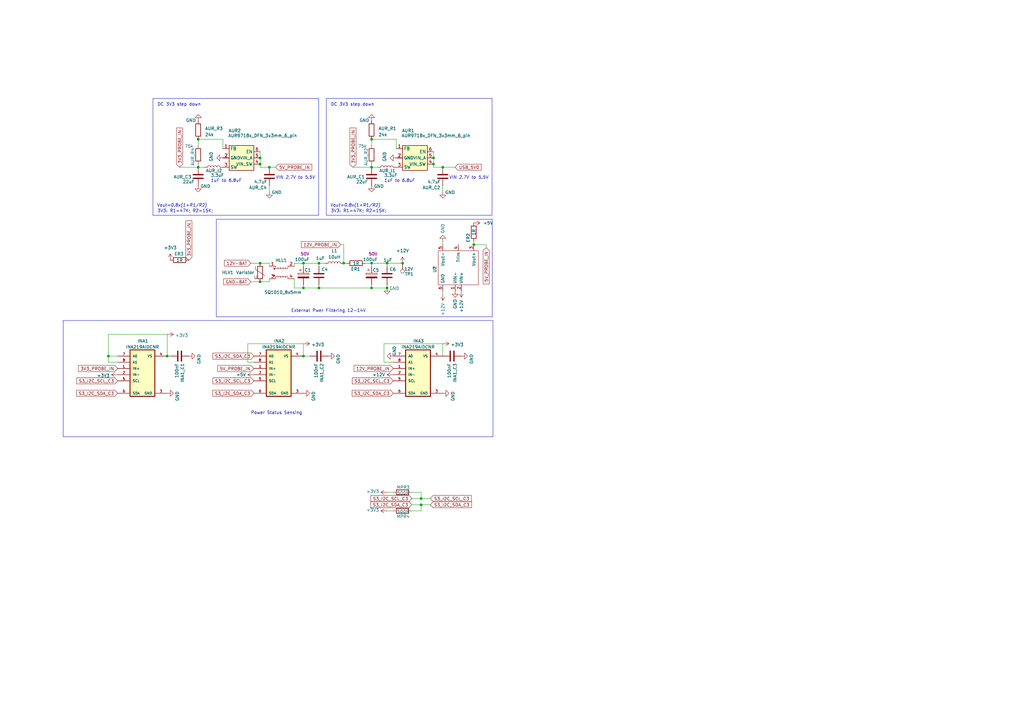
<source format=kicad_sch>
(kicad_sch
	(version 20240819)
	(generator "eeschema")
	(generator_version "8.99")
	(uuid "eb40d36c-781d-4cfb-a23b-ebe0a2b0d9a6")
	(paper "A3")
	(lib_symbols
		(symbol "+5V_1"
			(power)
			(pin_names
				(offset 0)
			)
			(exclude_from_sim no)
			(in_bom yes)
			(on_board yes)
			(property "Reference" "#PWR"
				(at 0 -3.81 0)
				(effects
					(font
						(size 1.27 1.27)
					)
					(hide yes)
				)
			)
			(property "Value" "+5V_1"
				(at 0 3.556 0)
				(effects
					(font
						(size 1.27 1.27)
					)
				)
			)
			(property "Footprint" ""
				(at 0 0 0)
				(effects
					(font
						(size 1.27 1.27)
					)
					(hide yes)
				)
			)
			(property "Datasheet" ""
				(at 0 0 0)
				(effects
					(font
						(size 1.27 1.27)
					)
					(hide yes)
				)
			)
			(property "Description" "Power symbol creates a global label with name \"+5V\""
				(at 0 0 0)
				(effects
					(font
						(size 1.27 1.27)
					)
					(hide yes)
				)
			)
			(property "ki_keywords" "global power"
				(at 0 0 0)
				(effects
					(font
						(size 1.27 1.27)
					)
					(hide yes)
				)
			)
			(symbol "+5V_1_0_1"
				(polyline
					(pts
						(xy -0.762 1.27) (xy 0 2.54)
					)
					(stroke
						(width 0)
						(type default)
					)
					(fill
						(type none)
					)
				)
				(polyline
					(pts
						(xy 0 2.54) (xy 0.762 1.27)
					)
					(stroke
						(width 0)
						(type default)
					)
					(fill
						(type none)
					)
				)
				(polyline
					(pts
						(xy 0 0) (xy 0 2.54)
					)
					(stroke
						(width 0)
						(type default)
					)
					(fill
						(type none)
					)
				)
			)
			(symbol "+5V_1_1_1"
				(pin power_in line
					(at 0 0 90)
					(length 0) hide
					(name "+5V"
						(effects
							(font
								(size 1.27 1.27)
							)
						)
					)
					(number "1"
						(effects
							(font
								(size 1.27 1.27)
							)
						)
					)
				)
			)
			(embedded_fonts no)
		)
		(symbol "AeonLabs_Power:Hi_Link_DC_DC"
			(exclude_from_sim no)
			(in_bom yes)
			(on_board yes)
			(property "Reference" "U"
				(at -2.286 5.588 0)
				(effects
					(font
						(size 1.27 1.27)
					)
				)
			)
			(property "Value" ""
				(at 0 0 0)
				(effects
					(font
						(size 1.27 1.27)
					)
				)
			)
			(property "Footprint" "AeonLabs_Power:Hi Link DCDC"
				(at 1.016 7.874 0)
				(effects
					(font
						(size 1.27 1.27)
					)
					(hide yes)
				)
			)
			(property "Datasheet" ""
				(at 0 0 0)
				(effects
					(font
						(size 1.27 1.27)
					)
					(hide yes)
				)
			)
			(property "Description" ""
				(at 0 0 0)
				(effects
					(font
						(size 1.27 1.27)
					)
					(hide yes)
				)
			)
			(symbol "Hi_Link_DC_DC_0_1"
				(rectangle
					(start -3.81 4.445)
					(end 10.16 -12.065)
					(stroke
						(width 0)
						(type default)
					)
					(fill
						(type none)
					)
				)
			)
			(symbol "Hi_Link_DC_DC_1_1"
				(pin input line
					(at -6.35 2.54 0)
					(length 2.54)
					(name "GND"
						(effects
							(font
								(size 1.27 1.27)
							)
						)
					)
					(number "6"
						(effects
							(font
								(size 1.27 1.27)
							)
						)
					)
				)
				(pin input line
					(at -6.35 -2.54 0)
					(length 2.54)
					(name "VIN-"
						(effects
							(font
								(size 1.27 1.27)
							)
						)
					)
					(number "1"
						(effects
							(font
								(size 1.27 1.27)
							)
						)
					)
				)
				(pin input line
					(at -6.35 -5.08 0)
					(length 2.54)
					(name "VIN+"
						(effects
							(font
								(size 1.27 1.27)
							)
						)
					)
					(number "2"
						(effects
							(font
								(size 1.27 1.27)
							)
						)
					)
				)
				(pin input line
					(at 12.7 2.54 180)
					(length 2.54)
					(name "Vout-"
						(effects
							(font
								(size 1.27 1.27)
							)
						)
					)
					(number "5"
						(effects
							(font
								(size 1.27 1.27)
							)
						)
					)
				)
				(pin input line
					(at 12.7 -3.81 180)
					(length 2.54)
					(name "Trim"
						(effects
							(font
								(size 1.27 1.27)
							)
						)
					)
					(number "4"
						(effects
							(font
								(size 1.27 1.27)
							)
						)
					)
				)
				(pin input line
					(at 12.7 -10.16 180)
					(length 2.54)
					(name "Vout+"
						(effects
							(font
								(size 1.27 1.27)
							)
						)
					)
					(number "3"
						(effects
							(font
								(size 1.27 1.27)
							)
						)
					)
				)
			)
			(embedded_fonts no)
		)
		(symbol "AeonLabs_Power:ST01S09_AUR9718x_DFN_3x3mm_6_pin"
			(exclude_from_sim no)
			(in_bom yes)
			(on_board yes)
			(property "Reference" "AUR2"
				(at -2.54 9.3472 0)
				(effects
					(font
						(size 1.27 1.27)
					)
				)
			)
			(property "Value" "AUR9718x_DFN_3x3mm_6_pin"
				(at 5.334 6.8072 0)
				(effects
					(font
						(size 1.27 1.27)
					)
				)
			)
			(property "Footprint" "AeonLabs_Power:AUR9718 ST1S09 SON95P300X300X100-7N"
				(at -1.016 20.32 0)
				(effects
					(font
						(size 1.27 1.27)
						(italic yes)
					)
					(hide yes)
				)
			)
			(property "Datasheet" "https://www.infineon.com/dgdl/auips7111s.pdf?fileId=5546d462533600a4015355a7c94e1326"
				(at 1.27 20.828 0)
				(effects
					(font
						(size 1.27 1.27)
					)
					(hide yes)
				)
			)
			(property "Description" "Current Sense High Side Switch, 65V, 30A, D2PAK-5L"
				(at -2.286 20.32 0)
				(effects
					(font
						(size 1.27 1.27)
					)
					(hide yes)
				)
			)
			(property "ki_keywords" "high side switch"
				(at 0 0 0)
				(effects
					(font
						(size 1.27 1.27)
					)
					(hide yes)
				)
			)
			(property "ki_fp_filters" "TO?263*"
				(at 0 0 0)
				(effects
					(font
						(size 1.27 1.27)
					)
					(hide yes)
				)
			)
			(symbol "ST01S09_AUR9718x_DFN_3x3mm_6_pin_0_1"
				(rectangle
					(start -7.62 5.08)
					(end 2.54 -5.08)
					(stroke
						(width 0.254)
						(type default)
					)
					(fill
						(type background)
					)
				)
			)
			(symbol "ST01S09_AUR9718x_DFN_3x3mm_6_pin_1_1"
				(pin input line
					(at -10.16 3.81 0)
					(length 2.54)
					(name "FB"
						(effects
							(font
								(size 1.27 1.27)
							)
						)
					)
					(number "1"
						(effects
							(font
								(size 1.27 1.27)
							)
						)
					)
				)
				(pin output line
					(at -10.16 0 0)
					(length 2.54)
					(name "GND"
						(effects
							(font
								(size 1.27 1.27)
							)
						)
					)
					(number "2"
						(effects
							(font
								(size 1.27 1.27)
							)
						)
					)
				)
				(pin output line
					(at -10.16 0 0)
					(length 2.54)
					(name "GND"
						(effects
							(font
								(size 1.27 1.27)
							)
						)
					)
					(number "7"
						(effects
							(font
								(size 1.27 1.27)
							)
						)
					)
				)
				(pin bidirectional line
					(at -10.16 -3.81 0)
					(length 2.54)
					(name "SW"
						(effects
							(font
								(size 1.27 1.27)
							)
						)
					)
					(number "3"
						(effects
							(font
								(size 1.27 1.27)
							)
						)
					)
				)
				(pin power_in line
					(at 5.08 2.54 180)
					(length 2.54)
					(name "EN"
						(effects
							(font
								(size 1.27 1.27)
							)
						)
					)
					(number "6"
						(effects
							(font
								(size 1.27 1.27)
							)
						)
					)
				)
				(pin power_out line
					(at 5.08 0 180)
					(length 2.54)
					(name "VIN_A"
						(effects
							(font
								(size 1.27 1.27)
							)
						)
					)
					(number "5"
						(effects
							(font
								(size 1.27 1.27)
							)
						)
					)
				)
				(pin input line
					(at 5.08 -2.54 180)
					(length 2.54)
					(name "VIN_SW"
						(effects
							(font
								(size 1.27 1.27)
							)
						)
					)
					(number "4"
						(effects
							(font
								(size 1.27 1.27)
							)
						)
					)
				)
			)
			(embedded_fonts no)
		)
		(symbol "AeonLabs_Sensors:INA219AIDCNR"
			(pin_names
				(offset 1.016)
			)
			(exclude_from_sim no)
			(in_bom yes)
			(on_board yes)
			(property "Reference" "U"
				(at -12.7 16.24 0)
				(effects
					(font
						(size 1.27 1.27)
					)
					(justify left bottom)
				)
			)
			(property "Value" "INA219AIDCNR"
				(at -12.7 -19.24 0)
				(effects
					(font
						(size 1.27 1.27)
					)
					(justify left bottom)
				)
			)
			(property "Footprint" "AeonLabs_Sensors:INA219AIDCNR SOT65P280X145-8N"
				(at -1.27 20.32 0)
				(effects
					(font
						(size 1.27 1.27)
					)
					(justify bottom)
					(hide yes)
				)
			)
			(property "Datasheet" ""
				(at 7.62 0 0)
				(effects
					(font
						(size 1.27 1.27)
					)
					(hide yes)
				)
			)
			(property "Description" "26V, 12-bit, i2c output current/voltage/power monitor"
				(at -2.54 24.13 0)
				(effects
					(font
						(size 1.27 1.27)
					)
					(justify bottom)
					(hide yes)
				)
			)
			(property "MF" "Texas Instruments"
				(at 1.27 21.59 0)
				(effects
					(font
						(size 1.27 1.27)
					)
					(justify bottom)
					(hide yes)
				)
			)
			(property "Package" "SOT-23-8 Texas Instruments"
				(at 1.27 26.67 0)
				(effects
					(font
						(size 1.27 1.27)
					)
					(justify bottom)
					(hide yes)
				)
			)
			(property "Price" "None"
				(at -1.27 16.51 0)
				(effects
					(font
						(size 1.27 1.27)
					)
					(justify bottom)
					(hide yes)
				)
			)
			(property "SnapEDA_Link" "https://www.snapeda.com/parts/INA219AIDCNR/Texas+Instruments/view-part/?ref=snap"
				(at 0 24.13 0)
				(effects
					(font
						(size 1.27 1.27)
					)
					(justify bottom)
					(hide yes)
				)
			)
			(property "MP" "INA219AIDCNR"
				(at -3.81 22.86 0)
				(effects
					(font
						(size 1.27 1.27)
					)
					(justify bottom)
					(hide yes)
				)
			)
			(property "Purchase-URL" "https://www.snapeda.com/api/url_track_click_mouser/?unipart_id=271718&manufacturer=Texas Instruments&part_name=INA219AIDCNR&search_term=None"
				(at 0 22.86 0)
				(effects
					(font
						(size 1.27 1.27)
					)
					(justify bottom)
					(hide yes)
				)
			)
			(property "Availability" "In Stock"
				(at 0 24.13 0)
				(effects
					(font
						(size 1.27 1.27)
					)
					(justify bottom)
					(hide yes)
				)
			)
			(property "Check_prices" "https://www.snapeda.com/parts/INA219AIDCNR/Texas+Instruments/view-part/?ref=eda"
				(at -1.27 22.86 0)
				(effects
					(font
						(size 1.27 1.27)
					)
					(justify bottom)
					(hide yes)
				)
			)
			(symbol "INA219AIDCNR_0_0"
				(rectangle
					(start -5.08 10.16)
					(end 5.08 -8.89)
					(stroke
						(width 0.41)
						(type default)
					)
					(fill
						(type background)
					)
				)
				(pin input line
					(at -10.16 7.62 0)
					(length 5.08)
					(name "A0"
						(effects
							(font
								(size 1.016 1.016)
							)
						)
					)
					(number "7"
						(effects
							(font
								(size 1.016 1.016)
							)
						)
					)
				)
				(pin input line
					(at -10.16 5.08 0)
					(length 5.08)
					(name "A1"
						(effects
							(font
								(size 1.016 1.016)
							)
						)
					)
					(number "8"
						(effects
							(font
								(size 1.016 1.016)
							)
						)
					)
				)
				(pin input line
					(at -10.16 2.54 0)
					(length 5.08)
					(name "IN+"
						(effects
							(font
								(size 1.016 1.016)
							)
						)
					)
					(number "1"
						(effects
							(font
								(size 1.016 1.016)
							)
						)
					)
				)
				(pin input line
					(at -10.16 0 0)
					(length 5.08)
					(name "IN-"
						(effects
							(font
								(size 1.016 1.016)
							)
						)
					)
					(number "2"
						(effects
							(font
								(size 1.016 1.016)
							)
						)
					)
				)
				(pin input line
					(at -10.16 -2.54 0)
					(length 5.08)
					(name "SCL"
						(effects
							(font
								(size 1.016 1.016)
							)
						)
					)
					(number "5"
						(effects
							(font
								(size 1.016 1.016)
							)
						)
					)
				)
				(pin bidirectional line
					(at -10.16 -7.62 0)
					(length 5.08)
					(name "SDA"
						(effects
							(font
								(size 1.016 1.016)
							)
						)
					)
					(number "6"
						(effects
							(font
								(size 1.016 1.016)
							)
						)
					)
				)
				(pin power_in line
					(at 10.16 7.62 180)
					(length 5.08)
					(name "VS"
						(effects
							(font
								(size 1.016 1.016)
							)
						)
					)
					(number "4"
						(effects
							(font
								(size 1.016 1.016)
							)
						)
					)
				)
				(pin power_in line
					(at 10.16 -7.62 180)
					(length 5.08)
					(name "GND"
						(effects
							(font
								(size 1.016 1.016)
							)
						)
					)
					(number "3"
						(effects
							(font
								(size 1.016 1.016)
							)
						)
					)
				)
			)
			(embedded_fonts no)
		)
		(symbol "Connector:TestPoint"
			(pin_numbers hide)
			(pin_names
				(offset 0.762) hide)
			(exclude_from_sim no)
			(in_bom yes)
			(on_board yes)
			(property "Reference" "TP"
				(at 0 6.858 0)
				(effects
					(font
						(size 1.27 1.27)
					)
				)
			)
			(property "Value" "TestPoint"
				(at 0 5.08 0)
				(effects
					(font
						(size 1.27 1.27)
					)
				)
			)
			(property "Footprint" ""
				(at 5.08 0 0)
				(effects
					(font
						(size 1.27 1.27)
					)
					(hide yes)
				)
			)
			(property "Datasheet" "~"
				(at 5.08 0 0)
				(effects
					(font
						(size 1.27 1.27)
					)
					(hide yes)
				)
			)
			(property "Description" "test point"
				(at 0 0 0)
				(effects
					(font
						(size 1.27 1.27)
					)
					(hide yes)
				)
			)
			(property "ki_keywords" "test point tp"
				(at 0 0 0)
				(effects
					(font
						(size 1.27 1.27)
					)
					(hide yes)
				)
			)
			(property "ki_fp_filters" "Pin* Test*"
				(at 0 0 0)
				(effects
					(font
						(size 1.27 1.27)
					)
					(hide yes)
				)
			)
			(symbol "TestPoint_0_1"
				(circle
					(center 0 3.302)
					(radius 0.762)
					(stroke
						(width 0)
						(type default)
					)
					(fill
						(type none)
					)
				)
			)
			(symbol "TestPoint_1_1"
				(pin passive line
					(at 0 0 90)
					(length 2.54)
					(name "1"
						(effects
							(font
								(size 1.27 1.27)
							)
						)
					)
					(number "1"
						(effects
							(font
								(size 1.27 1.27)
							)
						)
					)
				)
			)
			(embedded_fonts no)
		)
		(symbol "Device:C"
			(pin_numbers hide)
			(pin_names
				(offset 0.254)
			)
			(exclude_from_sim no)
			(in_bom yes)
			(on_board yes)
			(property "Reference" "C"
				(at 0.635 2.54 0)
				(effects
					(font
						(size 1.27 1.27)
					)
					(justify left)
				)
			)
			(property "Value" "C"
				(at 0.635 -2.54 0)
				(effects
					(font
						(size 1.27 1.27)
					)
					(justify left)
				)
			)
			(property "Footprint" ""
				(at 0.9652 -3.81 0)
				(effects
					(font
						(size 1.27 1.27)
					)
					(hide yes)
				)
			)
			(property "Datasheet" "~"
				(at 0 0 0)
				(effects
					(font
						(size 1.27 1.27)
					)
					(hide yes)
				)
			)
			(property "Description" "Unpolarized capacitor"
				(at 0 0 0)
				(effects
					(font
						(size 1.27 1.27)
					)
					(hide yes)
				)
			)
			(property "ki_keywords" "cap capacitor"
				(at 0 0 0)
				(effects
					(font
						(size 1.27 1.27)
					)
					(hide yes)
				)
			)
			(property "ki_fp_filters" "C_*"
				(at 0 0 0)
				(effects
					(font
						(size 1.27 1.27)
					)
					(hide yes)
				)
			)
			(symbol "C_0_1"
				(polyline
					(pts
						(xy -2.032 0.762) (xy 2.032 0.762)
					)
					(stroke
						(width 0.508)
						(type default)
					)
					(fill
						(type none)
					)
				)
				(polyline
					(pts
						(xy -2.032 -0.762) (xy 2.032 -0.762)
					)
					(stroke
						(width 0.508)
						(type default)
					)
					(fill
						(type none)
					)
				)
			)
			(symbol "C_1_1"
				(pin passive line
					(at 0 3.81 270)
					(length 2.794)
					(name "~"
						(effects
							(font
								(size 1.27 1.27)
							)
						)
					)
					(number "1"
						(effects
							(font
								(size 1.27 1.27)
							)
						)
					)
				)
				(pin passive line
					(at 0 -3.81 90)
					(length 2.794)
					(name "~"
						(effects
							(font
								(size 1.27 1.27)
							)
						)
					)
					(number "2"
						(effects
							(font
								(size 1.27 1.27)
							)
						)
					)
				)
			)
			(embedded_fonts no)
		)
		(symbol "Device:CP"
			(pin_numbers hide)
			(pin_names
				(offset 0.254)
			)
			(exclude_from_sim no)
			(in_bom yes)
			(on_board yes)
			(property "Reference" "C"
				(at 0.635 2.54 0)
				(effects
					(font
						(size 1.27 1.27)
					)
					(justify left)
				)
			)
			(property "Value" "Device_CP"
				(at 0.635 -2.54 0)
				(effects
					(font
						(size 1.27 1.27)
					)
					(justify left)
				)
			)
			(property "Footprint" ""
				(at 0.9652 -3.81 0)
				(effects
					(font
						(size 1.27 1.27)
					)
					(hide yes)
				)
			)
			(property "Datasheet" ""
				(at 0 0 0)
				(effects
					(font
						(size 1.27 1.27)
					)
					(hide yes)
				)
			)
			(property "Description" ""
				(at 0 0 0)
				(effects
					(font
						(size 1.27 1.27)
					)
					(hide yes)
				)
			)
			(property "ki_fp_filters" "CP_*"
				(at 0 0 0)
				(effects
					(font
						(size 1.27 1.27)
					)
					(hide yes)
				)
			)
			(symbol "CP_0_1"
				(rectangle
					(start -2.286 0.508)
					(end 2.286 1.016)
					(stroke
						(width 0)
						(type default)
					)
					(fill
						(type none)
					)
				)
				(polyline
					(pts
						(xy -1.778 2.286) (xy -0.762 2.286)
					)
					(stroke
						(width 0)
						(type default)
					)
					(fill
						(type none)
					)
				)
				(polyline
					(pts
						(xy -1.27 2.794) (xy -1.27 1.778)
					)
					(stroke
						(width 0)
						(type default)
					)
					(fill
						(type none)
					)
				)
				(rectangle
					(start 2.286 -0.508)
					(end -2.286 -1.016)
					(stroke
						(width 0)
						(type default)
					)
					(fill
						(type outline)
					)
				)
			)
			(symbol "CP_1_1"
				(pin passive line
					(at 0 3.81 270)
					(length 2.794)
					(name "~"
						(effects
							(font
								(size 1.27 1.27)
							)
						)
					)
					(number "1"
						(effects
							(font
								(size 1.27 1.27)
							)
						)
					)
				)
				(pin passive line
					(at 0 -3.81 90)
					(length 2.794)
					(name "~"
						(effects
							(font
								(size 1.27 1.27)
							)
						)
					)
					(number "2"
						(effects
							(font
								(size 1.27 1.27)
							)
						)
					)
				)
			)
			(embedded_fonts no)
		)
		(symbol "Device:L"
			(pin_numbers hide)
			(pin_names
				(offset 1.016) hide)
			(exclude_from_sim no)
			(in_bom yes)
			(on_board yes)
			(property "Reference" "L"
				(at -1.27 0 90)
				(effects
					(font
						(size 1.27 1.27)
					)
				)
			)
			(property "Value" "L"
				(at 1.905 0 90)
				(effects
					(font
						(size 1.27 1.27)
					)
				)
			)
			(property "Footprint" ""
				(at 0 0 0)
				(effects
					(font
						(size 1.27 1.27)
					)
					(hide yes)
				)
			)
			(property "Datasheet" "~"
				(at 0 0 0)
				(effects
					(font
						(size 1.27 1.27)
					)
					(hide yes)
				)
			)
			(property "Description" "Inductor"
				(at 0 0 0)
				(effects
					(font
						(size 1.27 1.27)
					)
					(hide yes)
				)
			)
			(property "ki_keywords" "inductor choke coil reactor magnetic"
				(at 0 0 0)
				(effects
					(font
						(size 1.27 1.27)
					)
					(hide yes)
				)
			)
			(property "ki_fp_filters" "Choke_* *Coil* Inductor_* L_*"
				(at 0 0 0)
				(effects
					(font
						(size 1.27 1.27)
					)
					(hide yes)
				)
			)
			(symbol "L_0_1"
				(arc
					(start 0 2.54)
					(mid 0.6323 1.905)
					(end 0 1.27)
					(stroke
						(width 0)
						(type default)
					)
					(fill
						(type none)
					)
				)
				(arc
					(start 0 1.27)
					(mid 0.6323 0.635)
					(end 0 0)
					(stroke
						(width 0)
						(type default)
					)
					(fill
						(type none)
					)
				)
				(arc
					(start 0 0)
					(mid 0.6323 -0.635)
					(end 0 -1.27)
					(stroke
						(width 0)
						(type default)
					)
					(fill
						(type none)
					)
				)
				(arc
					(start 0 -1.27)
					(mid 0.6323 -1.905)
					(end 0 -2.54)
					(stroke
						(width 0)
						(type default)
					)
					(fill
						(type none)
					)
				)
			)
			(symbol "L_1_1"
				(pin passive line
					(at 0 3.81 270)
					(length 1.27)
					(name "1"
						(effects
							(font
								(size 1.27 1.27)
							)
						)
					)
					(number "1"
						(effects
							(font
								(size 1.27 1.27)
							)
						)
					)
				)
				(pin passive line
					(at 0 -3.81 90)
					(length 1.27)
					(name "2"
						(effects
							(font
								(size 1.27 1.27)
							)
						)
					)
					(number "2"
						(effects
							(font
								(size 1.27 1.27)
							)
						)
					)
				)
			)
			(embedded_fonts no)
		)
		(symbol "Device:R"
			(pin_numbers hide)
			(pin_names
				(offset 0)
			)
			(exclude_from_sim no)
			(in_bom yes)
			(on_board yes)
			(property "Reference" "R"
				(at 2.032 0 90)
				(effects
					(font
						(size 1.27 1.27)
					)
				)
			)
			(property "Value" "R"
				(at 0 0 90)
				(effects
					(font
						(size 1.27 1.27)
					)
				)
			)
			(property "Footprint" ""
				(at -1.778 0 90)
				(effects
					(font
						(size 1.27 1.27)
					)
					(hide yes)
				)
			)
			(property "Datasheet" "~"
				(at 0 0 0)
				(effects
					(font
						(size 1.27 1.27)
					)
					(hide yes)
				)
			)
			(property "Description" "Resistor"
				(at 0 0 0)
				(effects
					(font
						(size 1.27 1.27)
					)
					(hide yes)
				)
			)
			(property "ki_keywords" "R res resistor"
				(at 0 0 0)
				(effects
					(font
						(size 1.27 1.27)
					)
					(hide yes)
				)
			)
			(property "ki_fp_filters" "R_*"
				(at 0 0 0)
				(effects
					(font
						(size 1.27 1.27)
					)
					(hide yes)
				)
			)
			(symbol "R_0_1"
				(rectangle
					(start -1.016 -2.54)
					(end 1.016 2.54)
					(stroke
						(width 0.254)
						(type default)
					)
					(fill
						(type none)
					)
				)
			)
			(symbol "R_1_1"
				(pin passive line
					(at 0 3.81 270)
					(length 1.27)
					(name "~"
						(effects
							(font
								(size 1.27 1.27)
							)
						)
					)
					(number "1"
						(effects
							(font
								(size 1.27 1.27)
							)
						)
					)
				)
				(pin passive line
					(at 0 -3.81 90)
					(length 1.27)
					(name "~"
						(effects
							(font
								(size 1.27 1.27)
							)
						)
					)
					(number "2"
						(effects
							(font
								(size 1.27 1.27)
							)
						)
					)
				)
			)
			(embedded_fonts no)
		)
		(symbol "Device:Varistor"
			(pin_numbers hide)
			(pin_names
				(offset 0)
			)
			(exclude_from_sim no)
			(in_bom yes)
			(on_board yes)
			(property "Reference" "RV"
				(at 3.175 0 90)
				(effects
					(font
						(size 1.27 1.27)
					)
				)
			)
			(property "Value" "Varistor"
				(at -3.175 0 90)
				(effects
					(font
						(size 1.27 1.27)
					)
				)
			)
			(property "Footprint" ""
				(at -1.778 0 90)
				(effects
					(font
						(size 1.27 1.27)
					)
					(hide yes)
				)
			)
			(property "Datasheet" "~"
				(at 0 0 0)
				(effects
					(font
						(size 1.27 1.27)
					)
					(hide yes)
				)
			)
			(property "Description" "Voltage dependent resistor"
				(at 0 0 0)
				(effects
					(font
						(size 1.27 1.27)
					)
					(hide yes)
				)
			)
			(property "ki_keywords" "VDR resistance"
				(at 0 0 0)
				(effects
					(font
						(size 1.27 1.27)
					)
					(hide yes)
				)
			)
			(property "ki_fp_filters" "RV_* Varistor*"
				(at 0 0 0)
				(effects
					(font
						(size 1.27 1.27)
					)
					(hide yes)
				)
			)
			(symbol "Varistor_0_0"
				(text "U"
					(at -1.778 -2.032 0)
					(effects
						(font
							(size 1.27 1.27)
						)
					)
				)
			)
			(symbol "Varistor_0_1"
				(polyline
					(pts
						(xy -1.905 2.54) (xy -1.905 1.27) (xy 1.905 -1.27)
					)
					(stroke
						(width 0)
						(type default)
					)
					(fill
						(type none)
					)
				)
				(rectangle
					(start -1.016 -2.54)
					(end 1.016 2.54)
					(stroke
						(width 0.254)
						(type default)
					)
					(fill
						(type none)
					)
				)
			)
			(symbol "Varistor_1_1"
				(pin passive line
					(at 0 3.81 270)
					(length 1.27)
					(name "~"
						(effects
							(font
								(size 1.27 1.27)
							)
						)
					)
					(number "1"
						(effects
							(font
								(size 1.27 1.27)
							)
						)
					)
				)
				(pin passive line
					(at 0 -3.81 90)
					(length 1.27)
					(name "~"
						(effects
							(font
								(size 1.27 1.27)
							)
						)
					)
					(number "2"
						(effects
							(font
								(size 1.27 1.27)
							)
						)
					)
				)
			)
			(embedded_fonts no)
		)
		(symbol "GND_1"
			(power)
			(pin_names
				(offset 0)
			)
			(exclude_from_sim no)
			(in_bom yes)
			(on_board yes)
			(property "Reference" "#PWR"
				(at 0 -6.35 0)
				(effects
					(font
						(size 1.27 1.27)
					)
					(hide yes)
				)
			)
			(property "Value" "GND_1"
				(at 0 -3.81 0)
				(effects
					(font
						(size 1.27 1.27)
					)
				)
			)
			(property "Footprint" ""
				(at 0 0 0)
				(effects
					(font
						(size 1.27 1.27)
					)
					(hide yes)
				)
			)
			(property "Datasheet" ""
				(at 0 0 0)
				(effects
					(font
						(size 1.27 1.27)
					)
					(hide yes)
				)
			)
			(property "Description" "Power symbol creates a global label with name \"GND\" , ground"
				(at 0 0 0)
				(effects
					(font
						(size 1.27 1.27)
					)
					(hide yes)
				)
			)
			(property "ki_keywords" "global power"
				(at 0 0 0)
				(effects
					(font
						(size 1.27 1.27)
					)
					(hide yes)
				)
			)
			(symbol "GND_1_0_1"
				(polyline
					(pts
						(xy 0 0) (xy 0 -1.27) (xy 1.27 -1.27) (xy 0 -2.54) (xy -1.27 -1.27) (xy 0 -1.27)
					)
					(stroke
						(width 0)
						(type default)
					)
					(fill
						(type none)
					)
				)
			)
			(symbol "GND_1_1_1"
				(pin power_in line
					(at 0 0 270)
					(length 0) hide
					(name "GND"
						(effects
							(font
								(size 1.27 1.27)
							)
						)
					)
					(number "1"
						(effects
							(font
								(size 1.27 1.27)
							)
						)
					)
				)
			)
			(embedded_fonts no)
		)
		(symbol "Power_Management:Inductor_THT{colon}Common_Mode_Inductor_SQ1010_8x5mm"
			(pin_names
				(offset 0.254) hide)
			(exclude_from_sim no)
			(in_bom yes)
			(on_board yes)
			(property "Reference" "HLL2"
				(at 0 3.8268 0)
				(effects
					(font
						(size 1.27 1.27)
					)
				)
			)
			(property "Value" "Inductor_THT{colon}Common_Mode_Inductor_SQ1010_8x5mm"
				(at -0.254 5.588 0)
				(effects
					(font
						(size 1.27 1.27)
					)
				)
			)
			(property "Footprint" "Inductor_THT:Common Mode Inductor SQ1010 8x5mm"
				(at 0 0 0)
				(effects
					(font
						(size 1.27 1.27)
					)
				)
			)
			(property "Datasheet" "~"
				(at 0 0 0)
				(effects
					(font
						(size 1.27 1.27)
					)
					(hide yes)
				)
			)
			(property "Description" "Coupled inductor"
				(at 0 0 0)
				(effects
					(font
						(size 1.27 1.27)
					)
					(hide yes)
				)
			)
			(property "ki_keywords" "inductor choke coil reactor magnetic coupled"
				(at 0 0 0)
				(effects
					(font
						(size 1.27 1.27)
					)
					(hide yes)
				)
			)
			(property "ki_fp_filters" "Choke_* *Coil* Inductor_* L_*"
				(at 0 0 0)
				(effects
					(font
						(size 1.27 1.27)
					)
					(hide yes)
				)
			)
			(symbol "Inductor_THT{colon}Common_Mode_Inductor_SQ1010_8x5mm_0_1"
				(circle
					(center -3.048 1.524)
					(radius 0.254)
					(stroke
						(width 0)
						(type default)
					)
					(fill
						(type outline)
					)
				)
				(circle
					(center -3.048 -1.27)
					(radius 0.254)
					(stroke
						(width 0)
						(type default)
					)
					(fill
						(type outline)
					)
				)
				(polyline
					(pts
						(xy -2.54 2.032) (xy -2.54 2.54)
					)
					(stroke
						(width 0)
						(type default)
					)
					(fill
						(type none)
					)
				)
				(polyline
					(pts
						(xy -2.54 -2.032) (xy -2.54 -2.54)
					)
					(stroke
						(width 0)
						(type default)
					)
					(fill
						(type none)
					)
				)
				(arc
					(start -1.524 2.032)
					(mid -2.032 1.5262)
					(end -2.54 2.032)
					(stroke
						(width 0)
						(type default)
					)
					(fill
						(type none)
					)
				)
				(arc
					(start -2.54 -2.032)
					(mid -2.032 -1.5262)
					(end -1.524 -2.032)
					(stroke
						(width 0)
						(type default)
					)
					(fill
						(type none)
					)
				)
				(arc
					(start -0.508 2.032)
					(mid -1.016 1.5262)
					(end -1.524 2.032)
					(stroke
						(width 0)
						(type default)
					)
					(fill
						(type none)
					)
				)
				(arc
					(start -1.524 -2.032)
					(mid -1.016 -1.5262)
					(end -0.508 -2.032)
					(stroke
						(width 0)
						(type default)
					)
					(fill
						(type none)
					)
				)
				(arc
					(start 0.508 2.032)
					(mid 0 1.5262)
					(end -0.508 2.032)
					(stroke
						(width 0)
						(type default)
					)
					(fill
						(type none)
					)
				)
				(arc
					(start -0.508 -2.032)
					(mid 0 -1.5262)
					(end 0.508 -2.032)
					(stroke
						(width 0)
						(type default)
					)
					(fill
						(type none)
					)
				)
				(arc
					(start 1.524 2.032)
					(mid 1.016 1.5262)
					(end 0.508 2.032)
					(stroke
						(width 0)
						(type default)
					)
					(fill
						(type none)
					)
				)
				(arc
					(start 0.508 -2.032)
					(mid 1.016 -1.5262)
					(end 1.524 -2.032)
					(stroke
						(width 0)
						(type default)
					)
					(fill
						(type none)
					)
				)
				(arc
					(start 2.54 2.032)
					(mid 2.032 1.5262)
					(end 1.524 2.032)
					(stroke
						(width 0)
						(type default)
					)
					(fill
						(type none)
					)
				)
				(arc
					(start 1.524 -2.032)
					(mid 2.032 -1.5262)
					(end 2.54 -2.032)
					(stroke
						(width 0)
						(type default)
					)
					(fill
						(type none)
					)
				)
				(polyline
					(pts
						(xy 2.54 2.54) (xy 2.54 2.032)
					)
					(stroke
						(width 0)
						(type default)
					)
					(fill
						(type none)
					)
				)
				(polyline
					(pts
						(xy 2.54 -2.032) (xy 2.54 -2.54)
					)
					(stroke
						(width 0)
						(type default)
					)
					(fill
						(type none)
					)
				)
			)
			(symbol "Inductor_THT{colon}Common_Mode_Inductor_SQ1010_8x5mm_1_1"
				(pin passive line
					(at -5.08 2.54 0)
					(length 2.54)
					(name "1"
						(effects
							(font
								(size 1.27 1.27)
							)
						)
					)
					(number "1"
						(effects
							(font
								(size 1.27 1.27)
							)
						)
					)
				)
				(pin passive line
					(at -5.08 -2.54 0)
					(length 2.54)
					(name "3"
						(effects
							(font
								(size 1.27 1.27)
							)
						)
					)
					(number "3"
						(effects
							(font
								(size 1.27 1.27)
							)
						)
					)
				)
				(pin passive line
					(at 5.08 2.54 180)
					(length 2.54)
					(name "2"
						(effects
							(font
								(size 1.27 1.27)
							)
						)
					)
					(number "2"
						(effects
							(font
								(size 1.27 1.27)
							)
						)
					)
				)
				(pin passive line
					(at 5.08 -2.54 180)
					(length 2.54)
					(name "4"
						(effects
							(font
								(size 1.27 1.27)
							)
						)
					)
					(number "4"
						(effects
							(font
								(size 1.27 1.27)
							)
						)
					)
				)
			)
			(embedded_fonts no)
		)
		(symbol "power:+12V"
			(power)
			(pin_names
				(offset 0)
			)
			(exclude_from_sim no)
			(in_bom yes)
			(on_board yes)
			(property "Reference" "#PWR"
				(at 0 -3.81 0)
				(effects
					(font
						(size 1.27 1.27)
					)
					(hide yes)
				)
			)
			(property "Value" "+12V"
				(at 0 3.556 0)
				(effects
					(font
						(size 1.27 1.27)
					)
				)
			)
			(property "Footprint" ""
				(at 0 0 0)
				(effects
					(font
						(size 1.27 1.27)
					)
					(hide yes)
				)
			)
			(property "Datasheet" ""
				(at 0 0 0)
				(effects
					(font
						(size 1.27 1.27)
					)
					(hide yes)
				)
			)
			(property "Description" "Power symbol creates a global label with name \"+12V\""
				(at 0 0 0)
				(effects
					(font
						(size 1.27 1.27)
					)
					(hide yes)
				)
			)
			(property "ki_keywords" "global power"
				(at 0 0 0)
				(effects
					(font
						(size 1.27 1.27)
					)
					(hide yes)
				)
			)
			(symbol "+12V_0_1"
				(polyline
					(pts
						(xy -0.762 1.27) (xy 0 2.54)
					)
					(stroke
						(width 0)
						(type default)
					)
					(fill
						(type none)
					)
				)
				(polyline
					(pts
						(xy 0 2.54) (xy 0.762 1.27)
					)
					(stroke
						(width 0)
						(type default)
					)
					(fill
						(type none)
					)
				)
				(polyline
					(pts
						(xy 0 0) (xy 0 2.54)
					)
					(stroke
						(width 0)
						(type default)
					)
					(fill
						(type none)
					)
				)
			)
			(symbol "+12V_1_1"
				(pin power_in line
					(at 0 0 90)
					(length 0) hide
					(name "+12V"
						(effects
							(font
								(size 1.27 1.27)
							)
						)
					)
					(number "1"
						(effects
							(font
								(size 1.27 1.27)
							)
						)
					)
				)
			)
			(embedded_fonts no)
		)
		(symbol "power:+3V3"
			(power)
			(pin_names
				(offset 0)
			)
			(exclude_from_sim no)
			(in_bom yes)
			(on_board yes)
			(property "Reference" "#PWR"
				(at 0 -3.81 0)
				(effects
					(font
						(size 1.27 1.27)
					)
					(hide yes)
				)
			)
			(property "Value" "+3V3"
				(at 0 3.556 0)
				(effects
					(font
						(size 1.27 1.27)
					)
				)
			)
			(property "Footprint" ""
				(at 0 0 0)
				(effects
					(font
						(size 1.27 1.27)
					)
					(hide yes)
				)
			)
			(property "Datasheet" ""
				(at 0 0 0)
				(effects
					(font
						(size 1.27 1.27)
					)
					(hide yes)
				)
			)
			(property "Description" "Power symbol creates a global label with name \"+3V3\""
				(at 0 0 0)
				(effects
					(font
						(size 1.27 1.27)
					)
					(hide yes)
				)
			)
			(property "ki_keywords" "power-flag"
				(at 0 0 0)
				(effects
					(font
						(size 1.27 1.27)
					)
					(hide yes)
				)
			)
			(symbol "+3V3_0_1"
				(polyline
					(pts
						(xy -0.762 1.27) (xy 0 2.54)
					)
					(stroke
						(width 0)
						(type default)
					)
					(fill
						(type none)
					)
				)
				(polyline
					(pts
						(xy 0 2.54) (xy 0.762 1.27)
					)
					(stroke
						(width 0)
						(type default)
					)
					(fill
						(type none)
					)
				)
				(polyline
					(pts
						(xy 0 0) (xy 0 2.54)
					)
					(stroke
						(width 0)
						(type default)
					)
					(fill
						(type none)
					)
				)
			)
			(symbol "+3V3_1_1"
				(pin power_in line
					(at 0 0 90)
					(length 0) hide
					(name "+3V3"
						(effects
							(font
								(size 1.27 1.27)
							)
						)
					)
					(number "1"
						(effects
							(font
								(size 1.27 1.27)
							)
						)
					)
				)
			)
			(embedded_fonts no)
		)
		(symbol "power:GND"
			(power)
			(pin_names
				(offset 0)
			)
			(exclude_from_sim no)
			(in_bom yes)
			(on_board yes)
			(property "Reference" "#PWR"
				(at 0 -6.35 0)
				(effects
					(font
						(size 1.27 1.27)
					)
					(hide yes)
				)
			)
			(property "Value" "GND"
				(at 0 -3.81 0)
				(effects
					(font
						(size 1.27 1.27)
					)
				)
			)
			(property "Footprint" ""
				(at 0 0 0)
				(effects
					(font
						(size 1.27 1.27)
					)
					(hide yes)
				)
			)
			(property "Datasheet" ""
				(at 0 0 0)
				(effects
					(font
						(size 1.27 1.27)
					)
					(hide yes)
				)
			)
			(property "Description" "Power symbol creates a global label with name \"GND\" , ground"
				(at 0 0 0)
				(effects
					(font
						(size 1.27 1.27)
					)
					(hide yes)
				)
			)
			(property "ki_keywords" "power-flag"
				(at 0 0 0)
				(effects
					(font
						(size 1.27 1.27)
					)
					(hide yes)
				)
			)
			(symbol "GND_0_1"
				(polyline
					(pts
						(xy 0 0) (xy 0 -1.27) (xy 1.27 -1.27) (xy 0 -2.54) (xy -1.27 -1.27) (xy 0 -1.27)
					)
					(stroke
						(width 0)
						(type default)
					)
					(fill
						(type none)
					)
				)
			)
			(symbol "GND_1_1"
				(pin power_in line
					(at 0 0 270)
					(length 0) hide
					(name "GND"
						(effects
							(font
								(size 1.27 1.27)
							)
						)
					)
					(number "1"
						(effects
							(font
								(size 1.27 1.27)
							)
						)
					)
				)
			)
			(embedded_fonts no)
		)
	)
	(rectangle
		(start 88.7358 89.9096)
		(end 201.9182 129.94)
		(stroke
			(width 0)
			(type default)
		)
		(fill
			(type none)
		)
		(uuid 1dafb825-02e3-41c2-a6b5-505134411259)
	)
	(rectangle
		(start 25.8962 131.464)
		(end 202.1976 179.1144)
		(stroke
			(width 0)
			(type default)
		)
		(fill
			(type none)
		)
		(uuid f49a023c-b518-4f9d-bf01-7af9e48de973)
	)
	(text "External Pwer Filtering 12-14V"
		(exclude_from_sim no)
		(at 119.38 128.27 0)
		(effects
			(font
				(size 1.27 1.27)
			)
			(justify left bottom)
		)
		(uuid "1277dc6e-55b3-472e-a834-54b5c266869a")
	)
	(text "1uF to 6.8uF"
		(exclude_from_sim no)
		(at 86.36 74.93 0)
		(effects
			(font
				(size 1.27 1.27)
				(italic yes)
			)
			(justify left bottom)
		)
		(uuid "19d6b6d3-b956-4410-87bc-48bdfc1bcb2f")
	)
	(text "DC 3V3 step down"
		(exclude_from_sim no)
		(at 135.636 43.688 0)
		(effects
			(font
				(size 1.27 1.27)
			)
			(justify left bottom)
		)
		(uuid "2cbc1baa-e509-48ac-92fd-6136373f05b1")
	)
	(text "3V3: R1=47K; R2=15K;"
		(exclude_from_sim no)
		(at 135.636 87.376 0)
		(effects
			(font
				(size 1.27 1.27)
			)
			(justify left bottom)
		)
		(uuid "4d23747b-4ebf-46ab-ac07-cbb42dabf0f6")
	)
	(text "Vout=0.8x(1+R1/R2)"
		(exclude_from_sim no)
		(at 135.382 85.09 0)
		(effects
			(font
				(size 1.27 1.27)
				(italic yes)
			)
			(justify left bottom)
		)
		(uuid "51a186c8-d61e-46a0-b900-0be907dce300")
	)
	(text "VIN 2.7V to 5.5V"
		(exclude_from_sim no)
		(at 113.03 73.66 0)
		(effects
			(font
				(size 1.27 1.27)
				(italic yes)
			)
			(justify left bottom)
		)
		(uuid "636eda04-e2e8-45c5-8c8f-f089381eddc5")
	)
	(text "Power Status Sensing"
		(exclude_from_sim no)
		(at 102.87 170.18 0)
		(effects
			(font
				(size 1.27 1.27)
			)
			(justify left bottom)
		)
		(uuid "63f9cc03-1d57-4472-896c-db11ef328366")
	)
	(text "DC 3V3 step down"
		(exclude_from_sim no)
		(at 64.516 43.688 0)
		(effects
			(font
				(size 1.27 1.27)
			)
			(justify left bottom)
		)
		(uuid "7b6318fa-75c0-43cb-be14-4084ec0ada0b")
	)
	(text "Vout=0.8x(1+R1/R2)"
		(exclude_from_sim no)
		(at 64.262 85.09 0)
		(effects
			(font
				(size 1.27 1.27)
				(italic yes)
			)
			(justify left bottom)
		)
		(uuid "98d99e11-e160-459c-b2ed-7a578518773c")
	)
	(text "VIN 2.7V to 5.5V"
		(exclude_from_sim no)
		(at 184.15 73.66 0)
		(effects
			(font
				(size 1.27 1.27)
				(italic yes)
			)
			(justify left bottom)
		)
		(uuid "9a91b5a7-936f-49d6-90bc-1456c3c62326")
	)
	(text "1uF to 6.8uF"
		(exclude_from_sim no)
		(at 157.48 74.93 0)
		(effects
			(font
				(size 1.27 1.27)
				(italic yes)
			)
			(justify left bottom)
		)
		(uuid "a5389e99-1e59-4915-8e6c-c28dff5decfb")
	)
	(text "3V3: R1=47K; R2=15K;"
		(exclude_from_sim no)
		(at 64.516 87.376 0)
		(effects
			(font
				(size 1.27 1.27)
			)
			(justify left bottom)
		)
		(uuid "ed16d88c-ba33-4888-b58b-ab60240d2d8c")
	)
	(junction
		(at 172.72 207.01)
		(diameter 0)
		(color 0 0 0 0)
		(uuid "070cadc4-d843-4182-9c06-d6c655ee4100")
	)
	(junction
		(at 172.72 204.47)
		(diameter 0)
		(color 0 0 0 0)
		(uuid "0e66c5fe-d3f8-4b66-ad8f-c09b622bf92c")
	)
	(junction
		(at 106.68 64.77)
		(diameter 0)
		(color 0 0 0 0)
		(uuid "10a07273-d9cd-4338-834c-3b7812970d6c")
	)
	(junction
		(at 110.49 68.58)
		(diameter 0)
		(color 0 0 0 0)
		(uuid "1bc724fc-2c60-4efc-8dd6-97f5d4ed4ecf")
	)
	(junction
		(at 177.8 64.77)
		(diameter 0)
		(color 0 0 0 0)
		(uuid "1c5e1258-636f-4235-b738-3af22fbda1c2")
	)
	(junction
		(at 158.75 118.11)
		(diameter 0)
		(color 0 0 0 0)
		(uuid "229cf46b-9694-42e0-867e-c68d6ed33261")
	)
	(junction
		(at 152.4 57.15)
		(diameter 0)
		(color 0 0 0 0)
		(uuid "364399d6-c784-474e-8f0b-212ce723e115")
	)
	(junction
		(at 165.1 107.95)
		(diameter 0)
		(color 0 0 0 0)
		(uuid "46e7b04f-e8e4-40fc-b17f-9320bb8c87cd")
	)
	(junction
		(at 140.97 107.95)
		(diameter 0)
		(color 0 0 0 0)
		(uuid "63d0f008-59e4-4ea8-9eb2-1c9eef59f372")
	)
	(junction
		(at 181.61 68.58)
		(diameter 0)
		(color 0 0 0 0)
		(uuid "77f27ea7-347d-48da-ad86-cd9c533aa0dc")
	)
	(junction
		(at 106.68 115.57)
		(diameter 0)
		(color 0 0 0 0)
		(uuid "7996c794-70fc-4392-a866-6242eafd732f")
	)
	(junction
		(at 152.4 68.58)
		(diameter 0)
		(color 0 0 0 0)
		(uuid "7cc9dac3-d527-405e-ac48-1cb584307884")
	)
	(junction
		(at 152.4 118.11)
		(diameter 0)
		(color 0 0 0 0)
		(uuid "7e0e82aa-3add-40c7-8a74-bc8f47d1d261")
	)
	(junction
		(at 106.68 107.95)
		(diameter 0)
		(color 0 0 0 0)
		(uuid "825f98d5-48e3-4f00-9039-fa8f77704e78")
	)
	(junction
		(at 152.4 107.95)
		(diameter 0)
		(color 0 0 0 0)
		(uuid "836a5dc7-2e30-4c27-bad2-6ca5ef43acba")
	)
	(junction
		(at 44.45 146.05)
		(diameter 0)
		(color 0 0 0 0)
		(uuid "932ec108-28fb-48c0-8458-b9067aa3a5f0")
	)
	(junction
		(at 81.28 68.58)
		(diameter 0)
		(color 0 0 0 0)
		(uuid "93691fa8-5da9-4cd6-a1dc-7ca015bdbce0")
	)
	(junction
		(at 130.81 107.95)
		(diameter 0)
		(color 0 0 0 0)
		(uuid "b805e57d-f221-4cdb-a278-062722fdde99")
	)
	(junction
		(at 124.46 146.05)
		(diameter 0)
		(color 0 0 0 0)
		(uuid "c88552d0-bc46-46f7-a601-af4e0957956d")
	)
	(junction
		(at 158.75 107.95)
		(diameter 0)
		(color 0 0 0 0)
		(uuid "cfb498ae-5ea0-4eea-9b48-219c89e18f60")
	)
	(junction
		(at 130.81 118.11)
		(diameter 0)
		(color 0 0 0 0)
		(uuid "d9b9af3e-1130-4f0c-96ba-187686dd3efd")
	)
	(junction
		(at 68.58 146.05)
		(diameter 0)
		(color 0 0 0 0)
		(uuid "db6bb7cc-62d6-4bae-9da5-b610292bfd09")
	)
	(junction
		(at 81.28 57.15)
		(diameter 0)
		(color 0 0 0 0)
		(uuid "df1d212d-341d-475e-9053-8e7689219d32")
	)
	(junction
		(at 106.68 67.31)
		(diameter 0)
		(color 0 0 0 0)
		(uuid "e4dcf7ed-3d35-4cf8-ab4f-8bd8fcc1e8b0")
	)
	(junction
		(at 124.46 118.11)
		(diameter 0)
		(color 0 0 0 0)
		(uuid "e7a7f1f6-181f-4d22-a42d-4afc7004eb42")
	)
	(junction
		(at 194.31 100.33)
		(diameter 0)
		(color 0 0 0 0)
		(uuid "e971d5f8-c1d3-4866-b8c0-dce057b3f3e9")
	)
	(junction
		(at 124.46 107.95)
		(diameter 0)
		(color 0 0 0 0)
		(uuid "ea41ae22-ed99-46d6-b029-c9c900223cce")
	)
	(junction
		(at 177.8 67.31)
		(diameter 0)
		(color 0 0 0 0)
		(uuid "ee6ccbb5-2b30-4582-8b7e-019c79bc3935")
	)
	(wire
		(pts
			(xy 172.72 204.47) (xy 176.53 204.47)
		)
		(stroke
			(width 0)
			(type default)
		)
		(uuid "045e2d31-afd8-4cda-9ba0-6dafc7d366fd")
	)
	(wire
		(pts
			(xy 102.87 107.95) (xy 106.68 107.95)
		)
		(stroke
			(width 0)
			(type default)
		)
		(uuid "068ad813-1496-43a0-a588-f7e9f425bcd3")
	)
	(wire
		(pts
			(xy 124.46 107.95) (xy 124.46 109.22)
		)
		(stroke
			(width 0)
			(type default)
		)
		(uuid "08cf48e0-4a1b-4c5c-9217-127aa3bfbf73")
	)
	(wire
		(pts
			(xy 130.81 107.95) (xy 133.35 107.95)
		)
		(stroke
			(width 0)
			(type default)
		)
		(uuid "13259b07-14ea-4717-a3e7-bcf2eda9b19b")
	)
	(wire
		(pts
			(xy 106.68 62.23) (xy 106.68 64.77)
		)
		(stroke
			(width 0)
			(type default)
		)
		(uuid "17d7e2c6-a083-478e-ba86-af0fa75de2ad")
	)
	(wire
		(pts
			(xy 140.97 107.95) (xy 142.24 107.95)
		)
		(stroke
			(width 0)
			(type default)
		)
		(uuid "1add946e-4b7c-4187-be64-8ab8d651b46c")
	)
	(wire
		(pts
			(xy 161.29 209.55) (xy 158.75 209.55)
		)
		(stroke
			(width 0)
			(type default)
		)
		(uuid "1e88f57e-0f8f-497b-8298-807a952834be")
	)
	(wire
		(pts
			(xy 177.8 64.77) (xy 177.8 67.31)
		)
		(stroke
			(width 0)
			(type default)
		)
		(uuid "1fce4a5e-c42b-401f-8398-a8f25f4c16cf")
	)
	(wire
		(pts
			(xy 181.61 140.97) (xy 157.48 140.97)
		)
		(stroke
			(width 0)
			(type default)
		)
		(uuid "20fb1731-564a-46d2-8abf-d2e976509758")
	)
	(wire
		(pts
			(xy 140.97 100.33) (xy 140.97 107.95)
		)
		(stroke
			(width 0)
			(type default)
		)
		(uuid "22bcd507-1653-481e-a1ce-64d05593f93a")
	)
	(wire
		(pts
			(xy 152.4 57.15) (xy 152.4 59.69)
		)
		(stroke
			(width 0)
			(type default)
		)
		(uuid "2915b5d9-2f78-4fd6-861a-3c6d434f3988")
	)
	(wire
		(pts
			(xy 181.61 140.97) (xy 181.61 146.05)
		)
		(stroke
			(width 0)
			(type default)
		)
		(uuid "2bb360d1-adf4-4d6a-8d50-c10ef41cf197")
	)
	(polyline
		(pts
			(xy 133.858 40.386) (xy 201.803 40.386)
		)
		(stroke
			(width 0)
			(type default)
		)
		(uuid "2bc82a81-1584-4bb2-9970-0bd4cf25af83")
	)
	(wire
		(pts
			(xy 194.31 100.33) (xy 199.39 100.33)
		)
		(stroke
			(width 0)
			(type default)
		)
		(uuid "2d0a82e9-0cba-4027-a518-4f6171725e0d")
	)
	(wire
		(pts
			(xy 199.39 100.33) (xy 199.39 101.6)
		)
		(stroke
			(width 0)
			(type default)
		)
		(uuid "30420d0a-6cc9-481f-a3da-851b120073cd")
	)
	(polyline
		(pts
			(xy 130.683 40.386) (xy 130.683 88.265)
		)
		(stroke
			(width 0)
			(type default)
		)
		(uuid "3080bf4c-009f-469d-a8ec-a28cd6d66f8e")
	)
	(wire
		(pts
			(xy 124.46 140.97) (xy 101.6 140.97)
		)
		(stroke
			(width 0)
			(type default)
		)
		(uuid "313556c8-6e6a-4ed6-a88a-d8537663d139")
	)
	(wire
		(pts
			(xy 157.48 140.97) (xy 157.48 148.59)
		)
		(stroke
			(width 0)
			(type default)
		)
		(uuid "331feed9-53bc-4409-8e5b-d39441d39190")
	)
	(wire
		(pts
			(xy 69.85 146.05) (xy 68.58 146.05)
		)
		(stroke
			(width 0)
			(type default)
		)
		(uuid "344eac20-8f61-45e7-a618-c8cc36df2a27")
	)
	(wire
		(pts
			(xy 124.46 118.11) (xy 130.81 118.11)
		)
		(stroke
			(width 0)
			(type default)
		)
		(uuid "34d75949-c8ed-4989-a296-280eba206394")
	)
	(wire
		(pts
			(xy 68.58 137.16) (xy 68.58 146.05)
		)
		(stroke
			(width 0)
			(type default)
		)
		(uuid "39151d35-40b5-4d81-aeb6-55bb5a7f249b")
	)
	(wire
		(pts
			(xy 172.72 201.93) (xy 172.72 204.47)
		)
		(stroke
			(width 0)
			(type default)
		)
		(uuid "3a9a05bf-8573-4c35-a010-bbcf61049935")
	)
	(wire
		(pts
			(xy 110.49 68.58) (xy 113.03 68.58)
		)
		(stroke
			(width 0)
			(type default)
		)
		(uuid "3edcbaee-6c72-44f1-a0bd-2ba8339d6815")
	)
	(wire
		(pts
			(xy 139.7 100.33) (xy 140.97 100.33)
		)
		(stroke
			(width 0)
			(type default)
		)
		(uuid "3f124e0b-e9a7-43ea-8445-ab9d6b03bc7a")
	)
	(wire
		(pts
			(xy 181.61 68.58) (xy 186.69 68.58)
		)
		(stroke
			(width 0)
			(type default)
		)
		(uuid "416a24c0-5bf3-448b-b778-cfe78efc7315")
	)
	(wire
		(pts
			(xy 168.91 201.93) (xy 172.72 201.93)
		)
		(stroke
			(width 0)
			(type default)
		)
		(uuid "42ace5d5-cd25-4f94-820b-24afe4f77280")
	)
	(wire
		(pts
			(xy 154.94 68.58) (xy 152.4 68.58)
		)
		(stroke
			(width 0)
			(type default)
		)
		(uuid "49a5d2be-7dcf-4810-a62b-60fb43b91665")
	)
	(wire
		(pts
			(xy 91.44 57.15) (xy 91.44 60.96)
		)
		(stroke
			(width 0)
			(type default)
		)
		(uuid "4a6c5532-38a8-456b-a9ef-8ae2cff115b9")
	)
	(wire
		(pts
			(xy 158.75 107.95) (xy 158.75 109.22)
		)
		(stroke
			(width 0)
			(type default)
		)
		(uuid "4c4a06b3-80d9-4de9-913d-1f7b1f9fcbd5")
	)
	(wire
		(pts
			(xy 144.78 68.58) (xy 152.4 68.58)
		)
		(stroke
			(width 0)
			(type default)
		)
		(uuid "50b8e96e-7192-4712-80cc-87876f3d672f")
	)
	(wire
		(pts
			(xy 101.6 148.59) (xy 104.14 148.59)
		)
		(stroke
			(width 0)
			(type default)
		)
		(uuid "50d03cda-b552-4779-a13d-efb3457f14ad")
	)
	(wire
		(pts
			(xy 152.4 107.95) (xy 152.4 109.22)
		)
		(stroke
			(width 0)
			(type default)
		)
		(uuid "51296ad3-ed77-45d0-a964-53a769f432fe")
	)
	(wire
		(pts
			(xy 73.66 68.58) (xy 81.28 68.58)
		)
		(stroke
			(width 0)
			(type default)
		)
		(uuid "5b65c6d1-5478-4a04-8b97-4ca15f5520cb")
	)
	(wire
		(pts
			(xy 130.81 118.11) (xy 152.4 118.11)
		)
		(stroke
			(width 0)
			(type default)
		)
		(uuid "5db21ca2-5bc3-425c-921b-126ba9106989")
	)
	(wire
		(pts
			(xy 157.48 148.59) (xy 161.29 148.59)
		)
		(stroke
			(width 0)
			(type default)
		)
		(uuid "5dfe7871-70f6-4dfd-acb3-034d0ee9233c")
	)
	(wire
		(pts
			(xy 172.72 209.55) (xy 172.72 207.01)
		)
		(stroke
			(width 0)
			(type default)
		)
		(uuid "5e7dd721-cbae-4649-98f0-1c29732214bd")
	)
	(wire
		(pts
			(xy 158.75 116.84) (xy 158.75 118.11)
		)
		(stroke
			(width 0)
			(type default)
		)
		(uuid "67daf521-b5e2-4cc9-85d1-205b3cdf0d43")
	)
	(wire
		(pts
			(xy 106.68 64.77) (xy 106.68 67.31)
		)
		(stroke
			(width 0)
			(type default)
		)
		(uuid "6807ac0c-611f-4e1d-a6e1-99e9abc57a22")
	)
	(polyline
		(pts
			(xy 133.858 88.265) (xy 133.858 40.386)
		)
		(stroke
			(width 0)
			(type default)
		)
		(uuid "6809a99f-6d21-404c-9ff4-8d0e477cf88c")
	)
	(wire
		(pts
			(xy 124.46 107.95) (xy 130.81 107.95)
		)
		(stroke
			(width 0)
			(type default)
		)
		(uuid "68b9b754-0654-46d0-9dbb-e3eff720532c")
	)
	(wire
		(pts
			(xy 172.72 207.01) (xy 176.53 207.01)
		)
		(stroke
			(width 0)
			(type default)
		)
		(uuid "69a7c632-b2ea-4cfe-8d33-20cdb24e83ac")
	)
	(wire
		(pts
			(xy 181.61 99.06) (xy 181.61 100.33)
		)
		(stroke
			(width 0)
			(type default)
		)
		(uuid "6b2b35c6-4aa3-4f6f-90e9-daa47b2d3499")
	)
	(wire
		(pts
			(xy 110.49 107.95) (xy 110.49 109.22)
		)
		(stroke
			(width 0)
			(type default)
		)
		(uuid "7108d574-06f1-4f63-b12d-fe92e99ae1a5")
	)
	(wire
		(pts
			(xy 149.86 107.95) (xy 152.4 107.95)
		)
		(stroke
			(width 0)
			(type default)
		)
		(uuid "72cd0b2d-c4f5-47b8-8048-cb3c73c255e5")
	)
	(wire
		(pts
			(xy 177.8 62.23) (xy 177.8 64.77)
		)
		(stroke
			(width 0)
			(type default)
		)
		(uuid "7849cc2d-fb1e-431c-8d2e-6e710d1bdb42")
	)
	(wire
		(pts
			(xy 81.28 57.15) (xy 91.44 57.15)
		)
		(stroke
			(width 0)
			(type default)
		)
		(uuid "7c672bd5-8cd4-4be3-a47a-332d8aefaf63")
	)
	(wire
		(pts
			(xy 120.65 114.3) (xy 120.65 118.11)
		)
		(stroke
			(width 0)
			(type default)
		)
		(uuid "7dbcb884-c8b3-4c9a-9f24-06af3a284efa")
	)
	(wire
		(pts
			(xy 44.45 137.16) (xy 44.45 146.05)
		)
		(stroke
			(width 0)
			(type default)
		)
		(uuid "7dc35a10-d58c-48a1-a5d2-381e42bd37ea")
	)
	(wire
		(pts
			(xy 81.28 57.15) (xy 81.28 59.69)
		)
		(stroke
			(width 0)
			(type default)
		)
		(uuid "800be8ba-0fff-4e2d-9a69-3b8a70c1aaa8")
	)
	(wire
		(pts
			(xy 181.61 120.65) (xy 181.61 119.38)
		)
		(stroke
			(width 0)
			(type default)
		)
		(uuid "87bbd2dc-9800-4658-9d4f-ebdb6364bede")
	)
	(wire
		(pts
			(xy 124.46 116.84) (xy 124.46 118.11)
		)
		(stroke
			(width 0)
			(type default)
		)
		(uuid "88f372e1-b9b3-4753-8851-5443a7db51e6")
	)
	(wire
		(pts
			(xy 68.58 137.16) (xy 44.45 137.16)
		)
		(stroke
			(width 0)
			(type default)
		)
		(uuid "8b43edab-6047-4050-82fd-018fffc1c068")
	)
	(wire
		(pts
			(xy 120.65 118.11) (xy 124.46 118.11)
		)
		(stroke
			(width 0)
			(type default)
		)
		(uuid "8d3a0275-d34a-45dd-a841-2bec8675798f")
	)
	(wire
		(pts
			(xy 101.6 140.97) (xy 101.6 148.59)
		)
		(stroke
			(width 0)
			(type default)
		)
		(uuid "93429aac-06d0-4946-a874-86b17dd432a6")
	)
	(wire
		(pts
			(xy 152.4 118.11) (xy 158.75 118.11)
		)
		(stroke
			(width 0)
			(type default)
		)
		(uuid "949af5d0-d872-47cb-b461-6a3993199bbb")
	)
	(wire
		(pts
			(xy 110.49 76.2) (xy 110.49 78.74)
		)
		(stroke
			(width 0)
			(type default)
		)
		(uuid "995a8889-5434-4b74-a59b-1ea38e62ed09")
	)
	(polyline
		(pts
			(xy 201.803 88.265) (xy 133.858 88.265)
		)
		(stroke
			(width 0)
			(type default)
		)
		(uuid "9ca5fa0c-8f1b-40ac-b9a3-84ed9d1ecddc")
	)
	(wire
		(pts
			(xy 44.45 148.59) (xy 48.26 148.59)
		)
		(stroke
			(width 0)
			(type default)
		)
		(uuid "9f360bf0-3d45-47e5-8846-a3a6d171fec5")
	)
	(wire
		(pts
			(xy 158.75 107.95) (xy 165.1 107.95)
		)
		(stroke
			(width 0)
			(type default)
		)
		(uuid "a11cfe50-1d4a-453e-9a72-3af8b9917eb7")
	)
	(wire
		(pts
			(xy 158.75 201.93) (xy 161.29 201.93)
		)
		(stroke
			(width 0)
			(type default)
		)
		(uuid "a343c363-dda0-415b-99a0-23a32d3a1816")
	)
	(wire
		(pts
			(xy 181.61 76.2) (xy 181.61 78.74)
		)
		(stroke
			(width 0)
			(type default)
		)
		(uuid "a51c0dec-43d3-4967-8c3c-9e66ab51d7a1")
	)
	(wire
		(pts
			(xy 168.91 204.47) (xy 172.72 204.47)
		)
		(stroke
			(width 0)
			(type default)
		)
		(uuid "a56ec59d-d67f-42ac-929e-abe20788b0d5")
	)
	(wire
		(pts
			(xy 106.68 68.58) (xy 110.49 68.58)
		)
		(stroke
			(width 0)
			(type default)
		)
		(uuid "a926cc3b-39c3-4ae6-86e5-bc45fd9debfe")
	)
	(wire
		(pts
			(xy 177.8 67.31) (xy 177.8 68.58)
		)
		(stroke
			(width 0)
			(type default)
		)
		(uuid "ad27edd1-3f04-4370-a8dd-32c873f904e6")
	)
	(polyline
		(pts
			(xy 62.738 40.386) (xy 130.683 40.386)
		)
		(stroke
			(width 0)
			(type default)
		)
		(uuid "ad9c58d4-43bf-4131-8a10-283309797aa2")
	)
	(wire
		(pts
			(xy 81.28 68.58) (xy 81.28 67.31)
		)
		(stroke
			(width 0)
			(type default)
		)
		(uuid "b40194bd-6f94-49f0-ab97-6b378dcd2ee5")
	)
	(wire
		(pts
			(xy 168.91 207.01) (xy 172.72 207.01)
		)
		(stroke
			(width 0)
			(type default)
		)
		(uuid "b6f69e68-364e-4e46-8ac0-af9b8427a738")
	)
	(wire
		(pts
			(xy 152.4 68.58) (xy 152.4 67.31)
		)
		(stroke
			(width 0)
			(type default)
		)
		(uuid "bcf3d188-cba6-4bd4-94f1-af8713173228")
	)
	(wire
		(pts
			(xy 120.65 107.95) (xy 124.46 107.95)
		)
		(stroke
			(width 0)
			(type default)
		)
		(uuid "c28ef3bd-8be8-478c-8f8a-9cc5517998f8")
	)
	(wire
		(pts
			(xy 106.68 107.95) (xy 110.49 107.95)
		)
		(stroke
			(width 0)
			(type default)
		)
		(uuid "c6b4bb58-71a9-4c9d-a83f-a227c328008e")
	)
	(wire
		(pts
			(xy 168.91 209.55) (xy 172.72 209.55)
		)
		(stroke
			(width 0)
			(type default)
		)
		(uuid "c8ea8854-4ade-4823-9243-3b8134c94b02")
	)
	(wire
		(pts
			(xy 110.49 115.57) (xy 106.68 115.57)
		)
		(stroke
			(width 0)
			(type default)
		)
		(uuid "cbac7789-84d7-494b-8f7e-5a4c1281e7d4")
	)
	(wire
		(pts
			(xy 106.68 67.31) (xy 106.68 68.58)
		)
		(stroke
			(width 0)
			(type default)
		)
		(uuid "cf6a4a86-3af1-4ea6-b91e-bfcccf8dd524")
	)
	(wire
		(pts
			(xy 110.49 114.3) (xy 110.49 115.57)
		)
		(stroke
			(width 0)
			(type default)
		)
		(uuid "d0d1ae29-866c-43a6-a7c1-ffa5b272ba5c")
	)
	(wire
		(pts
			(xy 106.68 115.57) (xy 102.87 115.57)
		)
		(stroke
			(width 0)
			(type default)
		)
		(uuid "d33f9de2-8dca-48f4-bc0a-bd6fabe0734f")
	)
	(wire
		(pts
			(xy 152.4 107.95) (xy 158.75 107.95)
		)
		(stroke
			(width 0)
			(type default)
		)
		(uuid "d44237c1-54a1-48d9-9806-c84f55bfbc88")
	)
	(wire
		(pts
			(xy 162.56 57.15) (xy 162.56 60.96)
		)
		(stroke
			(width 0)
			(type default)
		)
		(uuid "d68b8c47-18f0-44ae-82d9-203e0e76fb0a")
	)
	(wire
		(pts
			(xy 130.81 116.84) (xy 130.81 118.11)
		)
		(stroke
			(width 0)
			(type default)
		)
		(uuid "d733064d-4f7a-41ae-82ca-8ff465a31b3a")
	)
	(wire
		(pts
			(xy 83.82 68.58) (xy 81.28 68.58)
		)
		(stroke
			(width 0)
			(type default)
		)
		(uuid "d823bdbb-a5e8-4c99-91a1-d406ea762897")
	)
	(wire
		(pts
			(xy 127 146.05) (xy 124.46 146.05)
		)
		(stroke
			(width 0)
			(type default)
		)
		(uuid "d9c81306-b9bf-49cc-a682-5e24c7680127")
	)
	(polyline
		(pts
			(xy 201.803 40.386) (xy 201.803 88.265)
		)
		(stroke
			(width 0)
			(type default)
		)
		(uuid "e3b105e6-bf4f-407b-b04d-8d6e52b0dcd1")
	)
	(polyline
		(pts
			(xy 62.738 88.265) (xy 62.738 40.386)
		)
		(stroke
			(width 0)
			(type default)
		)
		(uuid "e429b51e-93c8-4551-8dd8-a63e944d5eca")
	)
	(wire
		(pts
			(xy 152.4 57.15) (xy 162.56 57.15)
		)
		(stroke
			(width 0)
			(type default)
		)
		(uuid "e5f36cd1-0ff5-409a-9236-1c375f059de9")
	)
	(wire
		(pts
			(xy 130.81 107.95) (xy 130.81 109.22)
		)
		(stroke
			(width 0)
			(type default)
		)
		(uuid "eac88d93-e68d-4754-914e-af1740e851f4")
	)
	(wire
		(pts
			(xy 120.65 109.22) (xy 120.65 107.95)
		)
		(stroke
			(width 0)
			(type default)
		)
		(uuid "ee2db450-037d-44d8-80d8-610bb543d663")
	)
	(wire
		(pts
			(xy 194.31 99.06) (xy 194.31 100.33)
		)
		(stroke
			(width 0)
			(type default)
		)
		(uuid "eea4efb2-465b-4f6b-a3c6-1bc0167470b5")
	)
	(wire
		(pts
			(xy 44.45 146.05) (xy 48.26 146.05)
		)
		(stroke
			(width 0)
			(type default)
		)
		(uuid "efda0c56-ded0-4972-b10b-e1cb53023810")
	)
	(wire
		(pts
			(xy 152.4 116.84) (xy 152.4 118.11)
		)
		(stroke
			(width 0)
			(type default)
		)
		(uuid "f01b200d-1926-47c8-af84-d2d7ea76f538")
	)
	(wire
		(pts
			(xy 177.8 68.58) (xy 181.61 68.58)
		)
		(stroke
			(width 0)
			(type default)
		)
		(uuid "f20da1b4-5c59-4195-9812-d22cbd8a1097")
	)
	(wire
		(pts
			(xy 44.45 146.05) (xy 44.45 148.59)
		)
		(stroke
			(width 0)
			(type default)
		)
		(uuid "f3d80a89-68de-4f39-8567-f13a2e4f7643")
	)
	(wire
		(pts
			(xy 124.46 146.05) (xy 124.46 140.97)
		)
		(stroke
			(width 0)
			(type default)
		)
		(uuid "f477b16f-2639-424c-8ff8-df25ecb5586d")
	)
	(polyline
		(pts
			(xy 130.683 88.265) (xy 62.738 88.265)
		)
		(stroke
			(width 0)
			(type default)
		)
		(uuid "f6f5041b-56ae-41f9-8d2a-55a9b846ed99")
	)
	(global_label "S3_I2C_SCL_C3"
		(shape input)
		(at 161.29 156.21 180)
		(fields_autoplaced yes)
		(effects
			(font
				(size 1.27 1.27)
			)
			(justify right)
		)
		(uuid "007c11ed-47a2-452f-806d-45720a8bde55")
		(property "Intersheetrefs" "${INTERSHEET_REFS}"
			(at 144.5658 156.21 0)
			(effects
				(font
					(size 1.27 1.27)
				)
				(justify right)
				(hide yes)
			)
		)
	)
	(global_label "12V_PROBE_IN"
		(shape input)
		(at 161.29 151.13 180)
		(fields_autoplaced yes)
		(effects
			(font
				(size 1.27 1.27)
			)
			(justify right)
		)
		(uuid "09b735a5-4f0c-499e-af5a-716fc37d72bd")
		(property "Intersheetrefs" "${INTERSHEET_REFS}"
			(at 145.2914 151.13 0)
			(effects
				(font
					(size 1.27 1.27)
				)
				(justify right)
				(hide yes)
			)
		)
	)
	(global_label "S3_I2C_SCL_C3"
		(shape input)
		(at 176.53 204.47 0)
		(fields_autoplaced yes)
		(effects
			(font
				(size 1.27 1.27)
			)
			(justify left)
		)
		(uuid "1cd49f65-7b3f-49e3-80e5-3c7f3278158d")
		(property "Intersheetrefs" "${INTERSHEET_REFS}"
			(at 193.2542 204.47 0)
			(effects
				(font
					(size 1.27 1.27)
				)
				(justify left)
				(hide yes)
			)
		)
	)
	(global_label "GND-BAT"
		(shape input)
		(at 102.87 115.57 180)
		(fields_autoplaced yes)
		(effects
			(font
				(size 1.27 1.27)
			)
			(justify right)
		)
		(uuid "27f64f13-e52d-4527-a5b7-bc667411a317")
		(property "Intersheetrefs" "${INTERSHEET_REFS}"
			(at 91.7699 115.57 0)
			(effects
				(font
					(size 1.27 1.27)
				)
				(justify right)
				(hide yes)
			)
		)
	)
	(global_label "S3_I2C_SDA_C3"
		(shape input)
		(at 176.53 207.01 0)
		(fields_autoplaced yes)
		(effects
			(font
				(size 1.27 1.27)
			)
			(justify left)
		)
		(uuid "2852c2cd-8b27-44bc-a313-4d99a2926b94")
		(property "Intersheetrefs" "${INTERSHEET_REFS}"
			(at 193.3147 207.01 0)
			(effects
				(font
					(size 1.27 1.27)
				)
				(justify left)
				(hide yes)
			)
		)
	)
	(global_label "S3_I2C_SDA_C3"
		(shape input)
		(at 161.29 161.29 180)
		(fields_autoplaced yes)
		(effects
			(font
				(size 1.27 1.27)
			)
			(justify right)
		)
		(uuid "44478377-cec5-450d-920a-ff75e7e767c4")
		(property "Intersheetrefs" "${INTERSHEET_REFS}"
			(at 144.5053 161.29 0)
			(effects
				(font
					(size 1.27 1.27)
				)
				(justify right)
				(hide yes)
			)
		)
	)
	(global_label "5V_PROBE_IN"
		(shape input)
		(at 104.14 151.13 180)
		(fields_autoplaced yes)
		(effects
			(font
				(size 1.27 1.27)
			)
			(justify right)
		)
		(uuid "471572df-9a9b-42e3-b924-1ac8ad2f6232")
		(property "Intersheetrefs" "${INTERSHEET_REFS}"
			(at 89.3509 151.13 0)
			(effects
				(font
					(size 1.27 1.27)
				)
				(justify right)
				(hide yes)
			)
		)
	)
	(global_label "S3_I2C_SCL_C3"
		(shape input)
		(at 168.91 204.47 180)
		(fields_autoplaced yes)
		(effects
			(font
				(size 1.27 1.27)
			)
			(justify right)
		)
		(uuid "4e069e7e-45ef-458a-b240-d52e02a8c208")
		(property "Intersheetrefs" "${INTERSHEET_REFS}"
			(at 152.1858 204.47 0)
			(effects
				(font
					(size 1.27 1.27)
				)
				(justify right)
				(hide yes)
			)
		)
	)
	(global_label "5V_PROBE_IN"
		(shape input)
		(at 113.03 68.58 0)
		(fields_autoplaced yes)
		(effects
			(font
				(size 1.27 1.27)
			)
			(justify left)
		)
		(uuid "6d88b1c5-6df1-46a9-9bec-f44bb2c7c2aa")
		(property "Intersheetrefs" "${INTERSHEET_REFS}"
			(at 128.4733 68.58 0)
			(effects
				(font
					(size 1.27 1.27)
				)
				(justify left)
				(hide yes)
			)
		)
	)
	(global_label "5V_PROBE_IN"
		(shape input)
		(at 199.39 101.6 270)
		(fields_autoplaced yes)
		(effects
			(font
				(size 1.27 1.27)
			)
			(justify right)
		)
		(uuid "78fecaa1-b950-4e79-b320-211edcfeafdf")
		(property "Intersheetrefs" "${INTERSHEET_REFS}"
			(at 199.39 117.0433 90)
			(effects
				(font
					(size 1.27 1.27)
				)
				(justify right)
				(hide yes)
			)
		)
	)
	(global_label "S3_I2C_SDA_C3"
		(shape input)
		(at 48.26 161.29 180)
		(fields_autoplaced yes)
		(effects
			(font
				(size 1.27 1.27)
			)
			(justify right)
		)
		(uuid "7a347fa0-aead-4102-a620-5055c5409c87")
		(property "Intersheetrefs" "${INTERSHEET_REFS}"
			(at 31.4753 161.29 0)
			(effects
				(font
					(size 1.27 1.27)
				)
				(justify right)
				(hide yes)
			)
		)
	)
	(global_label "3V3_PROBE_IN"
		(shape input)
		(at 77.47 106.68 90)
		(fields_autoplaced yes)
		(effects
			(font
				(size 1.27 1.27)
			)
			(justify left)
		)
		(uuid "8fb103cf-0442-4ed5-981f-b33d6957f569")
		(property "Intersheetrefs" "${INTERSHEET_REFS}"
			(at 77.47 90.0272 90)
			(effects
				(font
					(size 1.27 1.27)
				)
				(justify left)
				(hide yes)
			)
		)
	)
	(global_label "USB_5V0"
		(shape input)
		(at 186.69 68.58 0)
		(fields_autoplaced yes)
		(effects
			(font
				(size 1.27 1.27)
			)
			(justify left)
		)
		(uuid "90d82bfb-23cc-472e-b930-ee3cc629a5e2")
		(property "Intersheetrefs" "${INTERSHEET_REFS}"
			(at 197.9604 68.58 0)
			(effects
				(font
					(size 1.27 1.27)
				)
				(justify left)
				(hide yes)
			)
		)
	)
	(global_label "S3_I2C_SDA_C3"
		(shape input)
		(at 104.14 161.29 180)
		(fields_autoplaced yes)
		(effects
			(font
				(size 1.27 1.27)
			)
			(justify right)
		)
		(uuid "9a45688e-b833-48dd-85db-09a0088bb0ea")
		(property "Intersheetrefs" "${INTERSHEET_REFS}"
			(at 87.3553 161.29 0)
			(effects
				(font
					(size 1.27 1.27)
				)
				(justify right)
				(hide yes)
			)
		)
	)
	(global_label "12V-BAT"
		(shape input)
		(at 102.87 107.95 180)
		(fields_autoplaced yes)
		(effects
			(font
				(size 1.27 1.27)
			)
			(justify right)
		)
		(uuid "b95c56ce-33f8-4a29-b6ea-d3af96443209")
		(property "Intersheetrefs" "${INTERSHEET_REFS}"
			(at 92.1328 107.95 0)
			(effects
				(font
					(size 1.27 1.27)
				)
				(justify right)
				(hide yes)
			)
		)
	)
	(global_label "S3_I2C_SCL_C3"
		(shape input)
		(at 48.26 156.21 180)
		(fields_autoplaced yes)
		(effects
			(font
				(size 1.27 1.27)
			)
			(justify right)
		)
		(uuid "b9ec9561-2908-4aa2-bc99-197166e13ff2")
		(property "Intersheetrefs" "${INTERSHEET_REFS}"
			(at 31.5358 156.21 0)
			(effects
				(font
					(size 1.27 1.27)
				)
				(justify right)
				(hide yes)
			)
		)
	)
	(global_label "S3_I2C_SDA_C3"
		(shape input)
		(at 168.91 207.01 180)
		(fields_autoplaced yes)
		(effects
			(font
				(size 1.27 1.27)
			)
			(justify right)
		)
		(uuid "bc303810-fe02-41fe-bada-77f73d275f5b")
		(property "Intersheetrefs" "${INTERSHEET_REFS}"
			(at 152.1253 207.01 0)
			(effects
				(font
					(size 1.27 1.27)
				)
				(justify right)
				(hide yes)
			)
		)
	)
	(global_label "3V3_PROBE_IN"
		(shape input)
		(at 144.78 68.58 90)
		(fields_autoplaced yes)
		(effects
			(font
				(size 1.27 1.27)
			)
			(justify left)
		)
		(uuid "c0f182d3-62ba-4a5d-8ce4-a39fbf8d611c")
		(property "Intersheetrefs" "${INTERSHEET_REFS}"
			(at 144.78 51.9272 90)
			(effects
				(font
					(size 1.27 1.27)
				)
				(justify left)
				(hide yes)
			)
		)
	)
	(global_label "12V_PROBE_IN"
		(shape input)
		(at 139.7 100.33 180)
		(fields_autoplaced yes)
		(effects
			(font
				(size 1.27 1.27)
			)
			(justify right)
		)
		(uuid "e62f916a-e9b2-47ca-a5fd-beb7a1c79fa9")
		(property "Intersheetrefs" "${INTERSHEET_REFS}"
			(at 123.7014 100.33 0)
			(effects
				(font
					(size 1.27 1.27)
				)
				(justify right)
				(hide yes)
			)
		)
	)
	(global_label "3V3_PROBE_IN"
		(shape input)
		(at 73.66 68.58 90)
		(fields_autoplaced yes)
		(effects
			(font
				(size 1.27 1.27)
			)
			(justify left)
		)
		(uuid "e73b2e8b-8687-41a8-9b21-8e5fe89cca11")
		(property "Intersheetrefs" "${INTERSHEET_REFS}"
			(at 73.66 51.9272 90)
			(effects
				(font
					(size 1.27 1.27)
				)
				(justify left)
				(hide yes)
			)
		)
	)
	(global_label "S3_I2C_SCL_C3"
		(shape input)
		(at 104.14 156.21 180)
		(fields_autoplaced yes)
		(effects
			(font
				(size 1.27 1.27)
			)
			(justify right)
		)
		(uuid "eb624958-b29f-4e29-a7af-91d5f2f6e0f8")
		(property "Intersheetrefs" "${INTERSHEET_REFS}"
			(at 87.4158 156.21 0)
			(effects
				(font
					(size 1.27 1.27)
				)
				(justify right)
				(hide yes)
			)
		)
	)
	(global_label "S3_I2C_SDA_C3"
		(shape input)
		(at 104.14 146.05 180)
		(fields_autoplaced yes)
		(effects
			(font
				(size 1.27 1.27)
			)
			(justify right)
		)
		(uuid "fbc1d2c7-c462-4230-b38d-caeecba94074")
		(property "Intersheetrefs" "${INTERSHEET_REFS}"
			(at 87.3553 146.05 0)
			(effects
				(font
					(size 1.27 1.27)
				)
				(justify right)
				(hide yes)
			)
		)
	)
	(global_label "3V3_PROBE_IN"
		(shape input)
		(at 48.26 151.13 180)
		(fields_autoplaced yes)
		(effects
			(font
				(size 1.27 1.27)
			)
			(justify right)
		)
		(uuid "fbd96939-cb10-4e3c-a2ee-d9aff0926c8f")
		(property "Intersheetrefs" "${INTERSHEET_REFS}"
			(at 32.2614 151.13 0)
			(effects
				(font
					(size 1.27 1.27)
				)
				(justify right)
				(hide yes)
			)
		)
	)
	(symbol
		(lib_id "power:GND")
		(at 189.23 146.05 90)
		(unit 1)
		(exclude_from_sim no)
		(in_bom yes)
		(on_board yes)
		(dnp no)
		(uuid "013b03f0-63c1-4a71-ac32-fa8103725b0d")
		(property "Reference" "#PWR020"
			(at 195.58 146.05 0)
			(effects
				(font
					(size 1.27 1.27)
				)
				(hide yes)
			)
		)
		(property "Value" "GND"
			(at 193.3448 147.2692 0)
			(effects
				(font
					(size 1.27 1.27)
				)
			)
		)
		(property "Footprint" ""
			(at 189.23 146.05 0)
			(effects
				(font
					(size 1.27 1.27)
				)
				(hide yes)
			)
		)
		(property "Datasheet" ""
			(at 189.23 146.05 0)
			(effects
				(font
					(size 1.27 1.27)
				)
				(hide yes)
			)
		)
		(property "Description" ""
			(at 189.23 146.05 0)
			(effects
				(font
					(size 1.27 1.27)
				)
				(hide yes)
			)
		)
		(pin "1"
			(uuid "cbaae2ba-9b0d-4bf2-98f7-dfec3411e962")
		)
		(instances
			(project "REM"
				(path "/7afa8b92-3889-4c4b-999c-19cf054f5f94/54303867-641a-40b1-ab53-7131bd82c778"
					(reference "#PWR020")
					(unit 1)
				)
			)
		)
	)
	(symbol
		(lib_id "power:GND")
		(at 68.58 161.29 90)
		(unit 1)
		(exclude_from_sim no)
		(in_bom yes)
		(on_board yes)
		(dnp no)
		(uuid "03845bd9-68fa-4075-b2cd-83575ea012a0")
		(property "Reference" "#PWR06"
			(at 74.93 161.29 0)
			(effects
				(font
					(size 1.27 1.27)
				)
				(hide yes)
			)
		)
		(property "Value" "GND"
			(at 72.6948 162.5092 0)
			(effects
				(font
					(size 1.27 1.27)
				)
			)
		)
		(property "Footprint" ""
			(at 68.58 161.29 0)
			(effects
				(font
					(size 1.27 1.27)
				)
				(hide yes)
			)
		)
		(property "Datasheet" ""
			(at 68.58 161.29 0)
			(effects
				(font
					(size 1.27 1.27)
				)
				(hide yes)
			)
		)
		(property "Description" ""
			(at 68.58 161.29 0)
			(effects
				(font
					(size 1.27 1.27)
				)
				(hide yes)
			)
		)
		(pin "1"
			(uuid "2509f872-aa0b-4161-bbc3-513028144c18")
		)
		(instances
			(project "REM"
				(path "/7afa8b92-3889-4c4b-999c-19cf054f5f94/54303867-641a-40b1-ab53-7131bd82c778"
					(reference "#PWR06")
					(unit 1)
				)
			)
		)
	)
	(symbol
		(lib_id "power:+3V3")
		(at 124.46 140.97 270)
		(unit 1)
		(exclude_from_sim no)
		(in_bom yes)
		(on_board yes)
		(dnp no)
		(uuid "0e7bbcdd-d3f8-41cd-981a-b8bd8e834334")
		(property "Reference" "#PWR09"
			(at 120.65 140.97 0)
			(effects
				(font
					(size 1.27 1.27)
				)
				(hide yes)
			)
		)
		(property "Value" "+3V3"
			(at 127.7112 141.351 90)
			(effects
				(font
					(size 1.27 1.27)
				)
				(justify left)
			)
		)
		(property "Footprint" ""
			(at 124.46 140.97 0)
			(effects
				(font
					(size 1.27 1.27)
				)
				(hide yes)
			)
		)
		(property "Datasheet" ""
			(at 124.46 140.97 0)
			(effects
				(font
					(size 1.27 1.27)
				)
				(hide yes)
			)
		)
		(property "Description" ""
			(at 124.46 140.97 0)
			(effects
				(font
					(size 1.27 1.27)
				)
				(hide yes)
			)
		)
		(pin "1"
			(uuid "b79870a8-4fe1-4ded-92f6-2a7a141bc791")
		)
		(instances
			(project "REM"
				(path "/7afa8b92-3889-4c4b-999c-19cf054f5f94/54303867-641a-40b1-ab53-7131bd82c778"
					(reference "#PWR09")
					(unit 1)
				)
			)
		)
	)
	(symbol
		(lib_id "Device:R")
		(at 165.1 209.55 270)
		(unit 1)
		(exclude_from_sim no)
		(in_bom yes)
		(on_board yes)
		(dnp no)
		(uuid "178e685a-fb27-469b-9eea-51d3d8563a7d")
		(property "Reference" "MPR4"
			(at 165.354 211.836 90)
			(effects
				(font
					(size 1.27 1.27)
				)
			)
		)
		(property "Value" "500R"
			(at 165.354 209.804 90)
			(effects
				(font
					(size 1.27 1.27)
				)
			)
		)
		(property "Footprint" "Resistor_SMD:R_0402_1005Metric"
			(at 165.1 207.772 90)
			(effects
				(font
					(size 1.27 1.27)
				)
				(hide yes)
			)
		)
		(property "Datasheet" "~"
			(at 165.1 209.55 0)
			(effects
				(font
					(size 1.27 1.27)
				)
				(hide yes)
			)
		)
		(property "Description" ""
			(at 165.1 209.55 0)
			(effects
				(font
					(size 1.27 1.27)
				)
				(hide yes)
			)
		)
		(pin "1"
			(uuid "6c9893df-5476-4c5b-ba35-5d64ffbd5de2")
		)
		(pin "2"
			(uuid "d913b955-1a71-41eb-8b7a-9cb60ea30b98")
		)
		(instances
			(project "REM"
				(path "/7afa8b92-3889-4c4b-999c-19cf054f5f94/54303867-641a-40b1-ab53-7131bd82c778"
					(reference "MPR4")
					(unit 1)
				)
			)
		)
	)
	(symbol
		(lib_id "power:+3V3")
		(at 158.75 209.55 90)
		(unit 1)
		(exclude_from_sim no)
		(in_bom yes)
		(on_board no)
		(dnp no)
		(uuid "19273f4c-3a74-4c7d-a19d-25d798e6e9eb")
		(property "Reference" "#PWR015"
			(at 162.56 209.55 0)
			(effects
				(font
					(size 1.27 1.27)
				)
				(hide yes)
			)
		)
		(property "Value" "+3V3"
			(at 155.4988 209.169 90)
			(effects
				(font
					(size 1.27 1.27)
				)
				(justify left)
			)
		)
		(property "Footprint" ""
			(at 158.75 209.55 0)
			(effects
				(font
					(size 1.27 1.27)
				)
				(hide yes)
			)
		)
		(property "Datasheet" ""
			(at 158.75 209.55 0)
			(effects
				(font
					(size 1.27 1.27)
				)
				(hide yes)
			)
		)
		(property "Description" ""
			(at 158.75 209.55 0)
			(effects
				(font
					(size 1.27 1.27)
				)
				(hide yes)
			)
		)
		(pin "1"
			(uuid "ef650f36-ac0e-4f0b-88f1-31e0f8213563")
		)
		(instances
			(project "REM"
				(path "/7afa8b92-3889-4c4b-999c-19cf054f5f94/54303867-641a-40b1-ab53-7131bd82c778"
					(reference "#PWR015")
					(unit 1)
				)
			)
		)
	)
	(symbol
		(lib_id "power:+12V")
		(at 165.1 107.95 0)
		(unit 1)
		(exclude_from_sim no)
		(in_bom yes)
		(on_board yes)
		(dnp no)
		(fields_autoplaced yes)
		(uuid "19453e20-414b-44a8-b2a2-e27885b54e40")
		(property "Reference" "#PWR019"
			(at 165.1 111.76 0)
			(effects
				(font
					(size 1.27 1.27)
				)
				(hide yes)
			)
		)
		(property "Value" "+12V"
			(at 165.1 102.8192 0)
			(effects
				(font
					(size 1.27 1.27)
				)
			)
		)
		(property "Footprint" ""
			(at 165.1 107.95 0)
			(effects
				(font
					(size 1.27 1.27)
				)
				(hide yes)
			)
		)
		(property "Datasheet" ""
			(at 165.1 107.95 0)
			(effects
				(font
					(size 1.27 1.27)
				)
				(hide yes)
			)
		)
		(property "Description" ""
			(at 165.1 107.95 0)
			(effects
				(font
					(size 1.27 1.27)
				)
				(hide yes)
			)
		)
		(pin "1"
			(uuid "a1705b13-0ee6-482f-a58e-4d0c4b54f618")
		)
		(instances
			(project "REM"
				(path "/7afa8b92-3889-4c4b-999c-19cf054f5f94/54303867-641a-40b1-ab53-7131bd82c778"
					(reference "#PWR019")
					(unit 1)
				)
			)
		)
	)
	(symbol
		(lib_id "Device:Varistor")
		(at 106.68 111.76 0)
		(unit 1)
		(exclude_from_sim no)
		(in_bom yes)
		(on_board yes)
		(dnp no)
		(uuid "1c134a4d-62c1-44ec-b0b7-3ac982d5ae17")
		(property "Reference" "HLV1"
			(at 90.932 111.76 0)
			(effects
				(font
					(size 1.27 1.27)
				)
				(justify left)
			)
		)
		(property "Value" "Varistor"
			(at 96.774 111.76 0)
			(effects
				(font
					(size 1.27 1.27)
				)
				(justify left)
			)
		)
		(property "Footprint" "Varistor:RV_Disc_D7mm_W3.4mm_P5mm"
			(at 104.902 111.76 90)
			(effects
				(font
					(size 1.27 1.27)
				)
				(hide yes)
			)
		)
		(property "Datasheet" "~"
			(at 106.68 111.76 0)
			(effects
				(font
					(size 1.27 1.27)
				)
				(hide yes)
			)
		)
		(property "Description" ""
			(at 106.68 111.76 0)
			(effects
				(font
					(size 1.27 1.27)
				)
			)
		)
		(pin "1"
			(uuid "93f03d0b-0e24-453f-83c9-d42a0f9580e6")
		)
		(pin "2"
			(uuid "9b0ec62a-60f2-4339-9bd4-aa5232bdea13")
		)
		(instances
			(project "REM"
				(path "/7afa8b92-3889-4c4b-999c-19cf054f5f94/54303867-641a-40b1-ab53-7131bd82c778"
					(reference "HLV1")
					(unit 1)
				)
			)
		)
	)
	(symbol
		(lib_id "Device:C")
		(at 81.28 72.39 0)
		(unit 1)
		(exclude_from_sim no)
		(in_bom yes)
		(on_board yes)
		(dnp no)
		(uuid "1fe6b445-d809-4bde-8218-49fb734626d2")
		(property "Reference" "AUR_C3"
			(at 71.1708 72.5424 0)
			(effects
				(font
					(size 1.27 1.27)
				)
				(justify left)
			)
		)
		(property "Value" "22uF"
			(at 74.93 74.549 0)
			(effects
				(font
					(size 1.27 1.27)
				)
				(justify left)
			)
		)
		(property "Footprint" "Capacitor_SMD:C_0805_2012Metric_Pad1.18x1.45mm_HandSolder"
			(at 82.2452 76.2 0)
			(effects
				(font
					(size 1.27 1.27)
				)
				(hide yes)
			)
		)
		(property "Datasheet" "~"
			(at 81.28 72.39 0)
			(effects
				(font
					(size 1.27 1.27)
				)
				(hide yes)
			)
		)
		(property "Description" ""
			(at 81.28 72.39 0)
			(effects
				(font
					(size 1.27 1.27)
				)
				(hide yes)
			)
		)
		(pin "1"
			(uuid "b9e70e92-8fb7-4046-86d5-aba65368248f")
		)
		(pin "2"
			(uuid "ef9fddb6-1ae3-4194-b3c7-2637d36d5ee1")
		)
		(instances
			(project "REM"
				(path "/7afa8b92-3889-4c4b-999c-19cf054f5f94/54303867-641a-40b1-ab53-7131bd82c778"
					(reference "AUR_C3")
					(unit 1)
				)
			)
		)
	)
	(symbol
		(lib_id "Device:C")
		(at 110.49 72.39 0)
		(unit 1)
		(exclude_from_sim no)
		(in_bom yes)
		(on_board yes)
		(dnp no)
		(uuid "20944cbe-c8aa-49ce-bcb2-c3beffc1df43")
		(property "Reference" "AUR_C4"
			(at 102.1334 76.9366 0)
			(effects
				(font
					(size 1.27 1.27)
				)
				(justify left)
			)
		)
		(property "Value" "4.7uF"
			(at 104.14 74.549 0)
			(effects
				(font
					(size 1.27 1.27)
				)
				(justify left)
			)
		)
		(property "Footprint" "Capacitor_SMD:C_0805_2012Metric_Pad1.18x1.45mm_HandSolder"
			(at 111.4552 76.2 0)
			(effects
				(font
					(size 1.27 1.27)
				)
				(hide yes)
			)
		)
		(property "Datasheet" "~"
			(at 110.49 72.39 0)
			(effects
				(font
					(size 1.27 1.27)
				)
				(hide yes)
			)
		)
		(property "Description" ""
			(at 110.49 72.39 0)
			(effects
				(font
					(size 1.27 1.27)
				)
				(hide yes)
			)
		)
		(pin "1"
			(uuid "1d19e2d1-dd85-4b81-80c2-285838fee136")
		)
		(pin "2"
			(uuid "08877d7f-07ae-4532-9cc7-6141184c114a")
		)
		(instances
			(project "REM"
				(path "/7afa8b92-3889-4c4b-999c-19cf054f5f94/54303867-641a-40b1-ab53-7131bd82c778"
					(reference "AUR_C4")
					(unit 1)
				)
			)
		)
	)
	(symbol
		(lib_id "Device:C")
		(at 152.4 72.39 0)
		(unit 1)
		(exclude_from_sim no)
		(in_bom yes)
		(on_board yes)
		(dnp no)
		(uuid "2923ef2a-d38c-4971-a704-47a3eaff3a6c")
		(property "Reference" "AUR_C1"
			(at 142.2908 72.5424 0)
			(effects
				(font
					(size 1.27 1.27)
				)
				(justify left)
			)
		)
		(property "Value" "22uF"
			(at 146.05 74.549 0)
			(effects
				(font
					(size 1.27 1.27)
				)
				(justify left)
			)
		)
		(property "Footprint" "Capacitor_SMD:C_0805_2012Metric_Pad1.18x1.45mm_HandSolder"
			(at 153.3652 76.2 0)
			(effects
				(font
					(size 1.27 1.27)
				)
				(hide yes)
			)
		)
		(property "Datasheet" "~"
			(at 152.4 72.39 0)
			(effects
				(font
					(size 1.27 1.27)
				)
				(hide yes)
			)
		)
		(property "Description" ""
			(at 152.4 72.39 0)
			(effects
				(font
					(size 1.27 1.27)
				)
				(hide yes)
			)
		)
		(pin "1"
			(uuid "2df2a850-1455-4642-ac29-9f5931ada9cf")
		)
		(pin "2"
			(uuid "2fb4c509-f60b-48c6-95d7-d33c2e5e3e3a")
		)
		(instances
			(project "REM"
				(path "/7afa8b92-3889-4c4b-999c-19cf054f5f94/54303867-641a-40b1-ab53-7131bd82c778"
					(reference "AUR_C1")
					(unit 1)
				)
			)
		)
	)
	(symbol
		(lib_id "Device:R")
		(at 152.4 53.34 180)
		(unit 1)
		(exclude_from_sim no)
		(in_bom yes)
		(on_board yes)
		(dnp no)
		(fields_autoplaced yes)
		(uuid "297c8dc2-902b-462f-9233-4edf926ca173")
		(property "Reference" "AUR_R1"
			(at 155.194 52.705 0)
			(effects
				(font
					(size 1.27 1.27)
				)
				(justify right)
			)
		)
		(property "Value" "24k"
			(at 155.194 55.245 0)
			(effects
				(font
					(size 1.27 1.27)
				)
				(justify right)
			)
		)
		(property "Footprint" "Resistor_SMD:R_0402_1005Metric"
			(at 154.178 53.34 90)
			(effects
				(font
					(size 1.27 1.27)
				)
				(hide yes)
			)
		)
		(property "Datasheet" "~"
			(at 152.4 53.34 0)
			(effects
				(font
					(size 1.27 1.27)
				)
				(hide yes)
			)
		)
		(property "Description" ""
			(at 152.4 53.34 0)
			(effects
				(font
					(size 1.27 1.27)
				)
				(hide yes)
			)
		)
		(pin "1"
			(uuid "18907fe4-bcbd-4f29-89c8-a3c22c9aa764")
		)
		(pin "2"
			(uuid "2acccc65-5fa0-4f19-bbd5-cebdacb4c38e")
		)
		(instances
			(project "REM"
				(path "/7afa8b92-3889-4c4b-999c-19cf054f5f94/54303867-641a-40b1-ab53-7131bd82c778"
					(reference "AUR_R1")
					(unit 1)
				)
			)
		)
	)
	(symbol
		(lib_id "power:GND")
		(at 181.61 161.29 90)
		(unit 1)
		(exclude_from_sim no)
		(in_bom yes)
		(on_board yes)
		(dnp no)
		(uuid "2eac4ecb-5a9c-4bfc-bbff-0a632d46dd33")
		(property "Reference" "#PWR017"
			(at 187.96 161.29 0)
			(effects
				(font
					(size 1.27 1.27)
				)
				(hide yes)
			)
		)
		(property "Value" "GND"
			(at 185.7248 162.5092 0)
			(effects
				(font
					(size 1.27 1.27)
				)
			)
		)
		(property "Footprint" ""
			(at 181.61 161.29 0)
			(effects
				(font
					(size 1.27 1.27)
				)
				(hide yes)
			)
		)
		(property "Datasheet" ""
			(at 181.61 161.29 0)
			(effects
				(font
					(size 1.27 1.27)
				)
				(hide yes)
			)
		)
		(property "Description" ""
			(at 181.61 161.29 0)
			(effects
				(font
					(size 1.27 1.27)
				)
				(hide yes)
			)
		)
		(pin "1"
			(uuid "8c14b88d-4951-4684-b030-92603c27ed9d")
		)
		(instances
			(project "REM"
				(path "/7afa8b92-3889-4c4b-999c-19cf054f5f94/54303867-641a-40b1-ab53-7131bd82c778"
					(reference "#PWR017")
					(unit 1)
				)
			)
		)
	)
	(symbol
		(lib_id "Device:C")
		(at 181.61 72.39 0)
		(unit 1)
		(exclude_from_sim no)
		(in_bom yes)
		(on_board yes)
		(dnp no)
		(uuid "311b4842-702c-462e-9f4b-2e9a7165d0e1")
		(property "Reference" "AUR_C2"
			(at 173.2534 76.9366 0)
			(effects
				(font
					(size 1.27 1.27)
				)
				(justify left)
			)
		)
		(property "Value" "4.7uF"
			(at 175.26 74.549 0)
			(effects
				(font
					(size 1.27 1.27)
				)
				(justify left)
			)
		)
		(property "Footprint" "Capacitor_SMD:C_0805_2012Metric_Pad1.18x1.45mm_HandSolder"
			(at 182.5752 76.2 0)
			(effects
				(font
					(size 1.27 1.27)
				)
				(hide yes)
			)
		)
		(property "Datasheet" "~"
			(at 181.61 72.39 0)
			(effects
				(font
					(size 1.27 1.27)
				)
				(hide yes)
			)
		)
		(property "Description" ""
			(at 181.61 72.39 0)
			(effects
				(font
					(size 1.27 1.27)
				)
				(hide yes)
			)
		)
		(pin "1"
			(uuid "a4eef824-363d-4ca5-8fae-9ea7ba546ae0")
		)
		(pin "2"
			(uuid "2a798442-263a-486a-8770-8ada8eb76b19")
		)
		(instances
			(project "REM"
				(path "/7afa8b92-3889-4c4b-999c-19cf054f5f94/54303867-641a-40b1-ab53-7131bd82c778"
					(reference "AUR_C2")
					(unit 1)
				)
			)
		)
	)
	(symbol
		(lib_id "Device:R")
		(at 152.4 63.5 180)
		(unit 1)
		(exclude_from_sim no)
		(in_bom yes)
		(on_board yes)
		(dnp no)
		(uuid "3120059f-790f-4f9e-ae55-036690145db5")
		(property "Reference" "AUR_R2"
			(at 150.1394 67.9958 90)
			(effects
				(font
					(size 1.27 1.27)
				)
				(justify right)
			)
		)
		(property "Value" "75k"
			(at 146.812 59.944 0)
			(effects
				(font
					(size 1.27 1.27)
				)
				(justify right)
			)
		)
		(property "Footprint" "Resistor_SMD:R_0402_1005Metric"
			(at 154.178 63.5 90)
			(effects
				(font
					(size 1.27 1.27)
				)
				(hide yes)
			)
		)
		(property "Datasheet" "~"
			(at 152.4 63.5 0)
			(effects
				(font
					(size 1.27 1.27)
				)
				(hide yes)
			)
		)
		(property "Description" ""
			(at 152.4 63.5 0)
			(effects
				(font
					(size 1.27 1.27)
				)
				(hide yes)
			)
		)
		(pin "1"
			(uuid "c20f1f6a-5965-437c-a38d-6f31d62ac87d")
		)
		(pin "2"
			(uuid "354f6742-8a34-490f-af27-44c082f46c54")
		)
		(instances
			(project "REM"
				(path "/7afa8b92-3889-4c4b-999c-19cf054f5f94/54303867-641a-40b1-ab53-7131bd82c778"
					(reference "AUR_R2")
					(unit 1)
				)
			)
		)
	)
	(symbol
		(lib_id "power:+3V3")
		(at 48.26 153.67 90)
		(mirror x)
		(unit 1)
		(exclude_from_sim no)
		(in_bom yes)
		(on_board yes)
		(dnp no)
		(uuid "31ecea5a-3c1a-4577-af71-58123e9bab3d")
		(property "Reference" "#PWR04"
			(at 52.07 153.67 0)
			(effects
				(font
					(size 1.27 1.27)
				)
				(hide yes)
			)
		)
		(property "Value" "+3V3"
			(at 45.0088 154.051 90)
			(effects
				(font
					(size 1.27 1.27)
				)
				(justify left)
			)
		)
		(property "Footprint" ""
			(at 48.26 153.67 0)
			(effects
				(font
					(size 1.27 1.27)
				)
				(hide yes)
			)
		)
		(property "Datasheet" ""
			(at 48.26 153.67 0)
			(effects
				(font
					(size 1.27 1.27)
				)
				(hide yes)
			)
		)
		(property "Description" ""
			(at 48.26 153.67 0)
			(effects
				(font
					(size 1.27 1.27)
				)
				(hide yes)
			)
		)
		(pin "1"
			(uuid "65125604-9fea-4c22-b9e3-5bfc3b24510e")
		)
		(instances
			(project "REM"
				(path "/7afa8b92-3889-4c4b-999c-19cf054f5f94/54303867-641a-40b1-ab53-7131bd82c778"
					(reference "#PWR04")
					(unit 1)
				)
			)
		)
	)
	(symbol
		(lib_id "AeonLabs_Power:Hi_Link_DC_DC")
		(at 184.15 113.03 90)
		(unit 1)
		(exclude_from_sim no)
		(in_bom yes)
		(on_board yes)
		(dnp no)
		(uuid "31fea78a-7de8-4b8f-8096-b5d591a5a23c")
		(property "Reference" "U2"
			(at 178.308 110.49 0)
			(effects
				(font
					(size 1.27 1.27)
				)
			)
		)
		(property "Value" "~"
			(at 177.8 109.855 0)
			(effects
				(font
					(size 1.27 1.27)
				)
			)
		)
		(property "Footprint" "AeonLabs_Power:Hi Link DCDC"
			(at 176.276 112.014 0)
			(effects
				(font
					(size 1.27 1.27)
				)
				(hide yes)
			)
		)
		(property "Datasheet" ""
			(at 184.15 113.03 0)
			(effects
				(font
					(size 1.27 1.27)
				)
				(hide yes)
			)
		)
		(property "Description" ""
			(at 184.15 113.03 0)
			(effects
				(font
					(size 1.27 1.27)
				)
				(hide yes)
			)
		)
		(pin "5"
			(uuid "525b8434-458e-415c-a26d-bce746c4ff3a")
		)
		(pin "4"
			(uuid "cca365ad-a2d4-456c-b58b-57ee3ed6b9c0")
		)
		(pin "2"
			(uuid "449e05be-5f69-46be-bdd9-a67aa29e51f9")
		)
		(pin "1"
			(uuid "ede51b8b-5980-471a-83a1-d6d1e01df14f")
		)
		(pin "3"
			(uuid "3f6e1164-59bc-4ebf-9680-8b8f087117ee")
		)
		(pin "6"
			(uuid "9e7e2ec1-1204-43f4-af4a-4f2c00825f06")
		)
		(instances
			(project ""
				(path "/7afa8b92-3889-4c4b-999c-19cf054f5f94/54303867-641a-40b1-ab53-7131bd82c778"
					(reference "U2")
					(unit 1)
				)
			)
		)
	)
	(symbol
		(lib_id "power:GND")
		(at 134.62 146.05 90)
		(unit 1)
		(exclude_from_sim no)
		(in_bom yes)
		(on_board yes)
		(dnp no)
		(uuid "345fba69-47ce-4ae8-9c30-0e90aa375140")
		(property "Reference" "#PWR011"
			(at 140.97 146.05 0)
			(effects
				(font
					(size 1.27 1.27)
				)
				(hide yes)
			)
		)
		(property "Value" "GND"
			(at 138.7348 147.2692 0)
			(effects
				(font
					(size 1.27 1.27)
				)
			)
		)
		(property "Footprint" ""
			(at 134.62 146.05 0)
			(effects
				(font
					(size 1.27 1.27)
				)
				(hide yes)
			)
		)
		(property "Datasheet" ""
			(at 134.62 146.05 0)
			(effects
				(font
					(size 1.27 1.27)
				)
				(hide yes)
			)
		)
		(property "Description" ""
			(at 134.62 146.05 0)
			(effects
				(font
					(size 1.27 1.27)
				)
				(hide yes)
			)
		)
		(pin "1"
			(uuid "0cadc0ec-4ba6-4849-98d9-649372f88c3f")
		)
		(instances
			(project "REM"
				(path "/7afa8b92-3889-4c4b-999c-19cf054f5f94/54303867-641a-40b1-ab53-7131bd82c778"
					(reference "#PWR011")
					(unit 1)
				)
			)
		)
	)
	(symbol
		(lib_id "AeonLabs_Sensors:INA219AIDCNR")
		(at 114.3 153.67 0)
		(unit 1)
		(exclude_from_sim no)
		(in_bom yes)
		(on_board yes)
		(dnp no)
		(uuid "3983287e-777a-413b-a314-f27dc756af04")
		(property "Reference" "INA2"
			(at 114.5032 139.8524 0)
			(effects
				(font
					(size 1.27 1.27)
				)
			)
		)
		(property "Value" "INA219AIDCNR"
			(at 114.3254 142.2908 0)
			(effects
				(font
					(size 1.27 1.27)
				)
			)
		)
		(property "Footprint" "AeonLabs_Sensors:INA219AIDCNR SOT65P280X145-8N"
			(at 113.03 133.35 0)
			(effects
				(font
					(size 1.27 1.27)
				)
				(justify bottom)
				(hide yes)
			)
		)
		(property "Datasheet" ""
			(at 121.92 153.67 0)
			(effects
				(font
					(size 1.27 1.27)
				)
				(hide yes)
			)
		)
		(property "Description" "\n26V, 12-bit, i2c output current/voltage/power monitor\n"
			(at 111.76 129.54 0)
			(effects
				(font
					(size 1.27 1.27)
				)
				(justify bottom)
				(hide yes)
			)
		)
		(property "MF" "Texas Instruments"
			(at 115.57 132.08 0)
			(effects
				(font
					(size 1.27 1.27)
				)
				(justify bottom)
				(hide yes)
			)
		)
		(property "Package" "SOT-23-8 Texas Instruments"
			(at 115.57 127 0)
			(effects
				(font
					(size 1.27 1.27)
				)
				(justify bottom)
				(hide yes)
			)
		)
		(property "Price" "None"
			(at 113.03 137.16 0)
			(effects
				(font
					(size 1.27 1.27)
				)
				(justify bottom)
				(hide yes)
			)
		)
		(property "SnapEDA_Link" "https://www.snapeda.com/parts/INA219AIDCNR/Texas+Instruments/view-part/?ref=snap"
			(at 114.3 129.54 0)
			(effects
				(font
					(size 1.27 1.27)
				)
				(justify bottom)
				(hide yes)
			)
		)
		(property "MP" "INA219AIDCNR"
			(at 110.49 130.81 0)
			(effects
				(font
					(size 1.27 1.27)
				)
				(justify bottom)
				(hide yes)
			)
		)
		(property "Purchase-URL" "https://www.snapeda.com/api/url_track_click_mouser/?unipart_id=271718&manufacturer=Texas Instruments&part_name=INA219AIDCNR&search_term=None"
			(at 114.3 130.81 0)
			(effects
				(font
					(size 1.27 1.27)
				)
				(justify bottom)
				(hide yes)
			)
		)
		(property "Availability" "In Stock"
			(at 114.3 129.54 0)
			(effects
				(font
					(size 1.27 1.27)
				)
				(justify bottom)
				(hide yes)
			)
		)
		(property "Check_prices" "https://www.snapeda.com/parts/INA219AIDCNR/Texas+Instruments/view-part/?ref=eda"
			(at 113.03 130.81 0)
			(effects
				(font
					(size 1.27 1.27)
				)
				(justify bottom)
				(hide yes)
			)
		)
		(pin "1"
			(uuid "8c4fb8bd-ed58-4f09-97ac-2abe09ccaacf")
		)
		(pin "2"
			(uuid "e96e3c8b-0d49-4679-a49c-be9d934a65fa")
		)
		(pin "3"
			(uuid "62d5d540-ca63-426b-95e9-b2ea6c049c41")
		)
		(pin "4"
			(uuid "53c9667d-174c-409b-bff5-2d989dbb874d")
		)
		(pin "5"
			(uuid "1ee1097e-afec-47cc-a875-662f28307b7f")
		)
		(pin "6"
			(uuid "3508e657-890d-47b2-84ad-13aef21f1b4c")
		)
		(pin "7"
			(uuid "e5dc2e4f-fb7f-4ba0-b4ca-4c4d4d950d93")
		)
		(pin "8"
			(uuid "b58ebd1b-0965-4f2a-923b-51fc852a37a6")
		)
		(instances
			(project "REM"
				(path "/7afa8b92-3889-4c4b-999c-19cf054f5f94/54303867-641a-40b1-ab53-7131bd82c778"
					(reference "INA2")
					(unit 1)
				)
			)
		)
	)
	(symbol
		(lib_id "Device:L")
		(at 158.75 68.58 90)
		(unit 1)
		(exclude_from_sim no)
		(in_bom yes)
		(on_board yes)
		(dnp no)
		(uuid "444acffb-dc6a-4766-9b14-ef0da66f010c")
		(property "Reference" "AUR_l1"
			(at 158.877 69.977 90)
			(effects
				(font
					(size 1.27 1.27)
				)
			)
		)
		(property "Value" "3.3uF"
			(at 160.274 71.882 90)
			(effects
				(font
					(size 1.27 1.27)
				)
			)
		)
		(property "Footprint" "Inductor_SMD:L_1210_3225Metric"
			(at 158.75 68.58 0)
			(effects
				(font
					(size 1.27 1.27)
				)
				(hide yes)
			)
		)
		(property "Datasheet" "~"
			(at 158.75 68.58 0)
			(effects
				(font
					(size 1.27 1.27)
				)
				(hide yes)
			)
		)
		(property "Description" ""
			(at 158.75 68.58 0)
			(effects
				(font
					(size 1.27 1.27)
				)
				(hide yes)
			)
		)
		(pin "1"
			(uuid "36609719-c7cd-4603-88e3-3247c060bfb4")
		)
		(pin "2"
			(uuid "5e852d53-e3e8-411f-a2d1-0e52b831bad2")
		)
		(instances
			(project "REM"
				(path "/7afa8b92-3889-4c4b-999c-19cf054f5f94/54303867-641a-40b1-ab53-7131bd82c778"
					(reference "AUR_l1")
					(unit 1)
				)
			)
		)
	)
	(symbol
		(lib_id "Device:L")
		(at 137.16 107.95 90)
		(unit 1)
		(exclude_from_sim no)
		(in_bom yes)
		(on_board yes)
		(dnp no)
		(fields_autoplaced yes)
		(uuid "4471c4e9-781f-460e-bb09-a83128568f2d")
		(property "Reference" "L1"
			(at 137.16 102.87 90)
			(effects
				(font
					(size 1.27 1.27)
				)
			)
		)
		(property "Value" "10uH"
			(at 137.16 105.41 90)
			(effects
				(font
					(size 1.27 1.27)
				)
			)
		)
		(property "Footprint" "Inductor_SMD:L_Chilisin_BMRB00060650"
			(at 137.16 107.95 0)
			(effects
				(font
					(size 1.27 1.27)
				)
				(hide yes)
			)
		)
		(property "Datasheet" "~"
			(at 137.16 107.95 0)
			(effects
				(font
					(size 1.27 1.27)
				)
				(hide yes)
			)
		)
		(property "Description" "Inductor"
			(at 137.16 107.95 0)
			(effects
				(font
					(size 1.27 1.27)
				)
				(hide yes)
			)
		)
		(pin "1"
			(uuid "e2419fe3-5308-4c7f-bc0c-e6a10ae0c1bb")
		)
		(pin "2"
			(uuid "13839b27-8748-46ad-b6ba-a364d2d7192c")
		)
		(instances
			(project ""
				(path "/7afa8b92-3889-4c4b-999c-19cf054f5f94/54303867-641a-40b1-ab53-7131bd82c778"
					(reference "L1")
					(unit 1)
				)
			)
		)
	)
	(symbol
		(lib_id "Device:R")
		(at 73.66 106.68 90)
		(unit 1)
		(exclude_from_sim no)
		(in_bom yes)
		(on_board yes)
		(dnp no)
		(uuid "45c97de5-3e82-49fc-bfe6-b61e6e9d52ae")
		(property "Reference" "ER3"
			(at 73.406 104.14 90)
			(effects
				(font
					(size 1.27 1.27)
				)
			)
		)
		(property "Value" "1R"
			(at 73.6346 106.7816 90)
			(effects
				(font
					(size 1.27 1.27)
				)
			)
		)
		(property "Footprint" "Resistor_SMD:R_1206_3216Metric"
			(at 73.66 108.458 90)
			(effects
				(font
					(size 1.27 1.27)
				)
				(hide yes)
			)
		)
		(property "Datasheet" "~"
			(at 73.66 106.68 0)
			(effects
				(font
					(size 1.27 1.27)
				)
				(hide yes)
			)
		)
		(property "Description" ""
			(at 73.66 106.68 0)
			(effects
				(font
					(size 1.27 1.27)
				)
				(hide yes)
			)
		)
		(pin "1"
			(uuid "7aad3de9-f997-4894-b78a-141695b72f48")
		)
		(pin "2"
			(uuid "60cda465-e2ca-4bd5-92d4-410cdb12029c")
		)
		(instances
			(project "REM"
				(path "/7afa8b92-3889-4c4b-999c-19cf054f5f94/54303867-641a-40b1-ab53-7131bd82c778"
					(reference "ER3")
					(unit 1)
				)
			)
		)
	)
	(symbol
		(lib_id "power:+3V3")
		(at 181.61 140.97 270)
		(unit 1)
		(exclude_from_sim no)
		(in_bom yes)
		(on_board yes)
		(dnp no)
		(uuid "4fa4623e-362b-4804-b9e1-5c93aea90665")
		(property "Reference" "#PWR016"
			(at 177.8 140.97 0)
			(effects
				(font
					(size 1.27 1.27)
				)
				(hide yes)
			)
		)
		(property "Value" "+3V3"
			(at 184.8612 141.351 90)
			(effects
				(font
					(size 1.27 1.27)
				)
				(justify left)
			)
		)
		(property "Footprint" ""
			(at 181.61 140.97 0)
			(effects
				(font
					(size 1.27 1.27)
				)
				(hide yes)
			)
		)
		(property "Datasheet" ""
			(at 181.61 140.97 0)
			(effects
				(font
					(size 1.27 1.27)
				)
				(hide yes)
			)
		)
		(property "Description" ""
			(at 181.61 140.97 0)
			(effects
				(font
					(size 1.27 1.27)
				)
				(hide yes)
			)
		)
		(pin "1"
			(uuid "7ded63b7-333c-4dd8-96fd-47da19b02098")
		)
		(instances
			(project "REM"
				(path "/7afa8b92-3889-4c4b-999c-19cf054f5f94/54303867-641a-40b1-ab53-7131bd82c778"
					(reference "#PWR016")
					(unit 1)
				)
			)
		)
	)
	(symbol
		(lib_id "power:+12V")
		(at 189.23 119.38 180)
		(unit 1)
		(exclude_from_sim no)
		(in_bom yes)
		(on_board yes)
		(dnp no)
		(uuid "4fdc9201-80fa-4865-b792-11185b687a60")
		(property "Reference" "#PWR021"
			(at 189.23 115.57 0)
			(effects
				(font
					(size 1.27 1.27)
				)
				(hide yes)
			)
		)
		(property "Value" "+12V"
			(at 189.23 122.936 90)
			(effects
				(font
					(size 1.27 1.27)
				)
				(justify left)
			)
		)
		(property "Footprint" ""
			(at 189.23 119.38 0)
			(effects
				(font
					(size 1.27 1.27)
				)
				(hide yes)
			)
		)
		(property "Datasheet" ""
			(at 189.23 119.38 0)
			(effects
				(font
					(size 1.27 1.27)
				)
				(hide yes)
			)
		)
		(property "Description" ""
			(at 189.23 119.38 0)
			(effects
				(font
					(size 1.27 1.27)
				)
				(hide yes)
			)
		)
		(pin "1"
			(uuid "db6f9d52-8682-4360-a500-5679289d75de")
		)
		(instances
			(project "REM"
				(path "/7afa8b92-3889-4c4b-999c-19cf054f5f94/54303867-641a-40b1-ab53-7131bd82c778"
					(reference "#PWR021")
					(unit 1)
				)
			)
		)
	)
	(symbol
		(lib_id "Device:R")
		(at 81.28 53.34 180)
		(unit 1)
		(exclude_from_sim no)
		(in_bom yes)
		(on_board yes)
		(dnp no)
		(fields_autoplaced yes)
		(uuid "516ca342-c451-4269-8fdb-366ebf460303")
		(property "Reference" "AUR_R3"
			(at 84.074 52.705 0)
			(effects
				(font
					(size 1.27 1.27)
				)
				(justify right)
			)
		)
		(property "Value" "24k"
			(at 84.074 55.245 0)
			(effects
				(font
					(size 1.27 1.27)
				)
				(justify right)
			)
		)
		(property "Footprint" "Resistor_SMD:R_0402_1005Metric"
			(at 83.058 53.34 90)
			(effects
				(font
					(size 1.27 1.27)
				)
				(hide yes)
			)
		)
		(property "Datasheet" "~"
			(at 81.28 53.34 0)
			(effects
				(font
					(size 1.27 1.27)
				)
				(hide yes)
			)
		)
		(property "Description" ""
			(at 81.28 53.34 0)
			(effects
				(font
					(size 1.27 1.27)
				)
				(hide yes)
			)
		)
		(pin "1"
			(uuid "d4a780b1-fe6e-4ac6-b1b5-a4c4e5668e6f")
		)
		(pin "2"
			(uuid "4ad7108b-a9c7-4f11-9fa5-26cbba6d08a2")
		)
		(instances
			(project "REM"
				(path "/7afa8b92-3889-4c4b-999c-19cf054f5f94/54303867-641a-40b1-ab53-7131bd82c778"
					(reference "AUR_R3")
					(unit 1)
				)
			)
		)
	)
	(symbol
		(lib_name "GND_1")
		(lib_id "power:GND")
		(at 81.28 49.53 180)
		(unit 1)
		(exclude_from_sim no)
		(in_bom yes)
		(on_board yes)
		(dnp no)
		(uuid "5d7dcab1-fed5-4fd8-887a-1a70703a7b3d")
		(property "Reference" "#PWR026"
			(at 81.28 43.18 0)
			(effects
				(font
					(size 1.27 1.27)
				)
				(hide yes)
			)
		)
		(property "Value" "GND"
			(at 78.3082 49.3522 0)
			(effects
				(font
					(size 1.27 1.27)
				)
			)
		)
		(property "Footprint" ""
			(at 81.28 49.53 0)
			(effects
				(font
					(size 1.27 1.27)
				)
				(hide yes)
			)
		)
		(property "Datasheet" ""
			(at 81.28 49.53 0)
			(effects
				(font
					(size 1.27 1.27)
				)
				(hide yes)
			)
		)
		(property "Description" ""
			(at 81.28 49.53 0)
			(effects
				(font
					(size 1.27 1.27)
				)
				(hide yes)
			)
		)
		(pin "1"
			(uuid "dcd48667-ad4f-42f5-8025-9ffa176c6a9f")
		)
		(instances
			(project "REM"
				(path "/7afa8b92-3889-4c4b-999c-19cf054f5f94/54303867-641a-40b1-ab53-7131bd82c778"
					(reference "#PWR026")
					(unit 1)
				)
			)
		)
	)
	(symbol
		(lib_id "power:GND")
		(at 161.29 146.05 270)
		(mirror x)
		(unit 1)
		(exclude_from_sim no)
		(in_bom yes)
		(on_board yes)
		(dnp no)
		(uuid "5e18a785-b007-4f5b-ba8c-5bbbde1b6ac0")
		(property "Reference" "#PWR012"
			(at 154.94 146.05 0)
			(effects
				(font
					(size 1.27 1.27)
				)
				(hide yes)
			)
		)
		(property "Value" "GND"
			(at 161.7726 143.9164 0)
			(effects
				(font
					(size 1.27 1.27)
				)
			)
		)
		(property "Footprint" ""
			(at 161.29 146.05 0)
			(effects
				(font
					(size 1.27 1.27)
				)
				(hide yes)
			)
		)
		(property "Datasheet" ""
			(at 161.29 146.05 0)
			(effects
				(font
					(size 1.27 1.27)
				)
				(hide yes)
			)
		)
		(property "Description" ""
			(at 161.29 146.05 0)
			(effects
				(font
					(size 1.27 1.27)
				)
				(hide yes)
			)
		)
		(pin "1"
			(uuid "3c022771-6d3a-4b7b-a9bd-86cb9b6f27a7")
		)
		(instances
			(project "REM"
				(path "/7afa8b92-3889-4c4b-999c-19cf054f5f94/54303867-641a-40b1-ab53-7131bd82c778"
					(reference "#PWR012")
					(unit 1)
				)
			)
		)
	)
	(symbol
		(lib_name "GND_1")
		(lib_id "power:GND")
		(at 158.75 118.11 0)
		(unit 1)
		(exclude_from_sim no)
		(in_bom yes)
		(on_board yes)
		(dnp no)
		(uuid "64634e9b-21e1-40c4-b42c-05aba8a2cd7f")
		(property "Reference" "#PWR018"
			(at 158.75 124.46 0)
			(effects
				(font
					(size 1.27 1.27)
				)
				(hide yes)
			)
		)
		(property "Value" "GND"
			(at 161.7218 118.2878 0)
			(effects
				(font
					(size 1.27 1.27)
				)
			)
		)
		(property "Footprint" ""
			(at 158.75 118.11 0)
			(effects
				(font
					(size 1.27 1.27)
				)
				(hide yes)
			)
		)
		(property "Datasheet" ""
			(at 158.75 118.11 0)
			(effects
				(font
					(size 1.27 1.27)
				)
				(hide yes)
			)
		)
		(property "Description" ""
			(at 158.75 118.11 0)
			(effects
				(font
					(size 1.27 1.27)
				)
				(hide yes)
			)
		)
		(pin "1"
			(uuid "8a916b2d-3808-4377-bdee-3508d86918bf")
		)
		(instances
			(project "REM"
				(path "/7afa8b92-3889-4c4b-999c-19cf054f5f94/54303867-641a-40b1-ab53-7131bd82c778"
					(reference "#PWR018")
					(unit 1)
				)
			)
		)
	)
	(symbol
		(lib_id "Device:CP")
		(at 124.46 113.03 0)
		(unit 1)
		(exclude_from_sim no)
		(in_bom yes)
		(on_board yes)
		(dnp no)
		(uuid "6704576c-a74f-4346-b20b-c74c8e53de22")
		(property "Reference" "C1"
			(at 124.8664 110.7694 0)
			(effects
				(font
					(size 1.27 1.27)
				)
				(justify left)
			)
		)
		(property "Value" "100uF"
			(at 120.904 106.426 0)
			(effects
				(font
					(size 1.27 1.27)
				)
				(justify left)
			)
		)
		(property "Footprint" "Capacitor_SMD:CP_Elec_6.3x7.7"
			(at 125.4252 116.84 0)
			(effects
				(font
					(size 1.27 1.27)
				)
				(hide yes)
			)
		)
		(property "Datasheet" "~"
			(at 124.46 113.03 0)
			(effects
				(font
					(size 1.27 1.27)
				)
				(hide yes)
			)
		)
		(property "Description" ""
			(at 124.46 113.03 0)
			(effects
				(font
					(size 1.27 1.27)
				)
				(hide yes)
			)
		)
		(property "Voltage" "50V"
			(at 123.19 104.14 0)
			(effects
				(font
					(size 1.27 1.27)
				)
				(justify left)
			)
		)
		(property "Digikey Part Number" "PCE3925CT-ND"
			(at 124.46 113.03 0)
			(effects
				(font
					(size 1.27 1.27)
				)
				(hide yes)
			)
		)
		(property "Manufacturer_Name" "Panasonic"
			(at 124.46 113.03 0)
			(effects
				(font
					(size 1.27 1.27)
				)
				(hide yes)
			)
		)
		(property "Manufacturer_Part_Number" "EEE-1HA330XP"
			(at 124.46 113.03 0)
			(effects
				(font
					(size 1.27 1.27)
				)
				(hide yes)
			)
		)
		(property "URL" "https://www.digikey.com.au/product-detail/en/panasonic-electronic-components/EEE-1HA330XP/PCE3925CT-ND/766301"
			(at 124.46 113.03 0)
			(effects
				(font
					(size 1.27 1.27)
				)
				(hide yes)
			)
		)
		(pin "1"
			(uuid "e1b0531e-3b88-4296-b8e3-08efba1f439b")
		)
		(pin "2"
			(uuid "a1a7061a-eb97-45b0-85aa-8c4579c3fc92")
		)
		(instances
			(project "REM"
				(path "/7afa8b92-3889-4c4b-999c-19cf054f5f94/54303867-641a-40b1-ab53-7131bd82c778"
					(reference "C1")
					(unit 1)
				)
			)
		)
	)
	(symbol
		(lib_id "power:+3V3")
		(at 68.58 137.16 270)
		(unit 1)
		(exclude_from_sim no)
		(in_bom yes)
		(on_board yes)
		(dnp no)
		(uuid "693e79b3-9f1b-4c14-9b49-504adaac60ad")
		(property "Reference" "#PWR05"
			(at 64.77 137.16 0)
			(effects
				(font
					(size 1.27 1.27)
				)
				(hide yes)
			)
		)
		(property "Value" "+3V3"
			(at 71.8312 137.541 90)
			(effects
				(font
					(size 1.27 1.27)
				)
				(justify left)
			)
		)
		(property "Footprint" ""
			(at 68.58 137.16 0)
			(effects
				(font
					(size 1.27 1.27)
				)
				(hide yes)
			)
		)
		(property "Datasheet" ""
			(at 68.58 137.16 0)
			(effects
				(font
					(size 1.27 1.27)
				)
				(hide yes)
			)
		)
		(property "Description" ""
			(at 68.58 137.16 0)
			(effects
				(font
					(size 1.27 1.27)
				)
				(hide yes)
			)
		)
		(pin "1"
			(uuid "b8f837e7-f86f-4bf0-afad-d7d52803b9e9")
		)
		(instances
			(project "REM"
				(path "/7afa8b92-3889-4c4b-999c-19cf054f5f94/54303867-641a-40b1-ab53-7131bd82c778"
					(reference "#PWR05")
					(unit 1)
				)
			)
		)
	)
	(symbol
		(lib_id "power:GND")
		(at 124.46 161.29 90)
		(unit 1)
		(exclude_from_sim no)
		(in_bom yes)
		(on_board yes)
		(dnp no)
		(uuid "71ca747e-60b6-4319-bd0e-22537027a98b")
		(property "Reference" "#PWR010"
			(at 130.81 161.29 0)
			(effects
				(font
					(size 1.27 1.27)
				)
				(hide yes)
			)
		)
		(property "Value" "GND"
			(at 128.5748 162.5092 0)
			(effects
				(font
					(size 1.27 1.27)
				)
			)
		)
		(property "Footprint" ""
			(at 124.46 161.29 0)
			(effects
				(font
					(size 1.27 1.27)
				)
				(hide yes)
			)
		)
		(property "Datasheet" ""
			(at 124.46 161.29 0)
			(effects
				(font
					(size 1.27 1.27)
				)
				(hide yes)
			)
		)
		(property "Description" ""
			(at 124.46 161.29 0)
			(effects
				(font
					(size 1.27 1.27)
				)
				(hide yes)
			)
		)
		(pin "1"
			(uuid "ca54796d-babb-41a0-8bb7-107a81f26929")
		)
		(instances
			(project "REM"
				(path "/7afa8b92-3889-4c4b-999c-19cf054f5f94/54303867-641a-40b1-ab53-7131bd82c778"
					(reference "#PWR010")
					(unit 1)
				)
			)
		)
	)
	(symbol
		(lib_name "+5V_1")
		(lib_id "power:+5V")
		(at 104.14 153.67 90)
		(unit 1)
		(exclude_from_sim no)
		(in_bom yes)
		(on_board yes)
		(dnp no)
		(fields_autoplaced yes)
		(uuid "728eeb68-6430-45d1-acbd-05ab094d59f9")
		(property "Reference" "#PWR08"
			(at 107.95 153.67 0)
			(effects
				(font
					(size 1.27 1.27)
				)
				(hide yes)
			)
		)
		(property "Value" "+5V"
			(at 100.9396 153.67 90)
			(effects
				(font
					(size 1.27 1.27)
				)
				(justify left)
			)
		)
		(property "Footprint" ""
			(at 104.14 153.67 0)
			(effects
				(font
					(size 1.27 1.27)
				)
				(hide yes)
			)
		)
		(property "Datasheet" ""
			(at 104.14 153.67 0)
			(effects
				(font
					(size 1.27 1.27)
				)
				(hide yes)
			)
		)
		(property "Description" ""
			(at 104.14 153.67 0)
			(effects
				(font
					(size 1.27 1.27)
				)
				(hide yes)
			)
		)
		(pin "1"
			(uuid "91785437-cf45-4b78-801b-3ab8470b2d2c")
		)
		(instances
			(project "REM"
				(path "/7afa8b92-3889-4c4b-999c-19cf054f5f94/54303867-641a-40b1-ab53-7131bd82c778"
					(reference "#PWR08")
					(unit 1)
				)
			)
		)
	)
	(symbol
		(lib_id "AeonLabs_Sensors:INA219AIDCNR")
		(at 171.45 153.67 0)
		(unit 1)
		(exclude_from_sim no)
		(in_bom yes)
		(on_board yes)
		(dnp no)
		(uuid "766cf747-f0d6-47cb-bd5a-fc3c38c0810d")
		(property "Reference" "INA3"
			(at 171.6532 139.8524 0)
			(effects
				(font
					(size 1.27 1.27)
				)
			)
		)
		(property "Value" "INA219AIDCNR"
			(at 171.4754 142.2908 0)
			(effects
				(font
					(size 1.27 1.27)
				)
			)
		)
		(property "Footprint" "AeonLabs_Sensors:INA219AIDCNR SOT65P280X145-8N"
			(at 170.18 133.35 0)
			(effects
				(font
					(size 1.27 1.27)
				)
				(justify bottom)
				(hide yes)
			)
		)
		(property "Datasheet" ""
			(at 179.07 153.67 0)
			(effects
				(font
					(size 1.27 1.27)
				)
				(hide yes)
			)
		)
		(property "Description" "\n26V, 12-bit, i2c output current/voltage/power monitor\n"
			(at 168.91 129.54 0)
			(effects
				(font
					(size 1.27 1.27)
				)
				(justify bottom)
				(hide yes)
			)
		)
		(property "MF" "Texas Instruments"
			(at 172.72 132.08 0)
			(effects
				(font
					(size 1.27 1.27)
				)
				(justify bottom)
				(hide yes)
			)
		)
		(property "Package" "SOT-23-8 Texas Instruments"
			(at 172.72 127 0)
			(effects
				(font
					(size 1.27 1.27)
				)
				(justify bottom)
				(hide yes)
			)
		)
		(property "Price" "None"
			(at 170.18 137.16 0)
			(effects
				(font
					(size 1.27 1.27)
				)
				(justify bottom)
				(hide yes)
			)
		)
		(property "SnapEDA_Link" "https://www.snapeda.com/parts/INA219AIDCNR/Texas+Instruments/view-part/?ref=snap"
			(at 171.45 129.54 0)
			(effects
				(font
					(size 1.27 1.27)
				)
				(justify bottom)
				(hide yes)
			)
		)
		(property "MP" "INA219AIDCNR"
			(at 167.64 130.81 0)
			(effects
				(font
					(size 1.27 1.27)
				)
				(justify bottom)
				(hide yes)
			)
		)
		(property "Purchase-URL" "https://www.snapeda.com/api/url_track_click_mouser/?unipart_id=271718&manufacturer=Texas Instruments&part_name=INA219AIDCNR&search_term=None"
			(at 171.45 130.81 0)
			(effects
				(font
					(size 1.27 1.27)
				)
				(justify bottom)
				(hide yes)
			)
		)
		(property "Availability" "In Stock"
			(at 171.45 129.54 0)
			(effects
				(font
					(size 1.27 1.27)
				)
				(justify bottom)
				(hide yes)
			)
		)
		(property "Check_prices" "https://www.snapeda.com/parts/INA219AIDCNR/Texas+Instruments/view-part/?ref=eda"
			(at 170.18 130.81 0)
			(effects
				(font
					(size 1.27 1.27)
				)
				(justify bottom)
				(hide yes)
			)
		)
		(pin "1"
			(uuid "9354cf99-6edf-49de-8180-528061fb03c9")
		)
		(pin "2"
			(uuid "c697c834-0746-4266-b4cd-d041422273df")
		)
		(pin "3"
			(uuid "f810d249-210e-4fe3-94d1-de1a86755674")
		)
		(pin "4"
			(uuid "d8388187-1ea6-4823-bf76-8c5937aa55b8")
		)
		(pin "5"
			(uuid "8514adc6-7b0c-4ffc-b9f4-4a0d2fcdb765")
		)
		(pin "6"
			(uuid "ff016dd2-b5bf-46d7-a7e6-1040632d3802")
		)
		(pin "7"
			(uuid "6587bef3-593a-4179-8fdd-5969ba3fe951")
		)
		(pin "8"
			(uuid "8c519136-5555-44ec-8aa8-d3c2e8812c85")
		)
		(instances
			(project "REM"
				(path "/7afa8b92-3889-4c4b-999c-19cf054f5f94/54303867-641a-40b1-ab53-7131bd82c778"
					(reference "INA3")
					(unit 1)
				)
			)
		)
	)
	(symbol
		(lib_name "GND_1")
		(lib_id "power:GND")
		(at 110.49 78.74 0)
		(unit 1)
		(exclude_from_sim no)
		(in_bom yes)
		(on_board yes)
		(dnp no)
		(uuid "77bb4f2f-f3ec-46fd-86d8-02024ae5c390")
		(property "Reference" "#PWR029"
			(at 110.49 85.09 0)
			(effects
				(font
					(size 1.27 1.27)
				)
				(hide yes)
			)
		)
		(property "Value" "GND"
			(at 113.4618 78.9178 0)
			(effects
				(font
					(size 1.27 1.27)
				)
			)
		)
		(property "Footprint" ""
			(at 110.49 78.74 0)
			(effects
				(font
					(size 1.27 1.27)
				)
				(hide yes)
			)
		)
		(property "Datasheet" ""
			(at 110.49 78.74 0)
			(effects
				(font
					(size 1.27 1.27)
				)
				(hide yes)
			)
		)
		(property "Description" ""
			(at 110.49 78.74 0)
			(effects
				(font
					(size 1.27 1.27)
				)
				(hide yes)
			)
		)
		(pin "1"
			(uuid "88423984-c341-4ea7-9cde-1953f92a958d")
		)
		(instances
			(project "REM"
				(path "/7afa8b92-3889-4c4b-999c-19cf054f5f94/54303867-641a-40b1-ab53-7131bd82c778"
					(reference "#PWR029")
					(unit 1)
				)
			)
		)
	)
	(symbol
		(lib_id "Device:C")
		(at 130.81 146.05 270)
		(unit 1)
		(exclude_from_sim no)
		(in_bom yes)
		(on_board yes)
		(dnp no)
		(uuid "7c557fe3-a048-423a-99db-9986b1c013b5")
		(property "Reference" "INA1_C2"
			(at 131.9784 148.971 0)
			(effects
				(font
					(size 1.27 1.27)
				)
				(justify left)
			)
		)
		(property "Value" "100nF"
			(at 129.667 148.971 0)
			(effects
				(font
					(size 1.27 1.27)
				)
				(justify left)
			)
		)
		(property "Footprint" "Capacitor_SMD:C_0402_1005Metric"
			(at 127 147.0152 0)
			(effects
				(font
					(size 1.27 1.27)
				)
				(hide yes)
			)
		)
		(property "Datasheet" "~"
			(at 130.81 146.05 0)
			(effects
				(font
					(size 1.27 1.27)
				)
				(hide yes)
			)
		)
		(property "Description" ""
			(at 130.81 146.05 0)
			(effects
				(font
					(size 1.27 1.27)
				)
				(hide yes)
			)
		)
		(pin "1"
			(uuid "95e44699-96a4-4bcd-98d0-2a7e50989d20")
		)
		(pin "2"
			(uuid "e2f66a70-7748-433f-bdf5-6fdd351d5cfe")
		)
		(instances
			(project "REM"
				(path "/7afa8b92-3889-4c4b-999c-19cf054f5f94/54303867-641a-40b1-ab53-7131bd82c778"
					(reference "INA1_C2")
					(unit 1)
				)
			)
		)
	)
	(symbol
		(lib_id "Device:C")
		(at 73.66 146.05 270)
		(unit 1)
		(exclude_from_sim no)
		(in_bom yes)
		(on_board yes)
		(dnp no)
		(uuid "84aacbac-1fc3-4a4a-83d4-abe5f843cf40")
		(property "Reference" "INA1_C1"
			(at 74.8284 148.971 0)
			(effects
				(font
					(size 1.27 1.27)
				)
				(justify left)
			)
		)
		(property "Value" "100nF"
			(at 72.517 148.971 0)
			(effects
				(font
					(size 1.27 1.27)
				)
				(justify left)
			)
		)
		(property "Footprint" "Capacitor_SMD:C_0402_1005Metric"
			(at 69.85 147.0152 0)
			(effects
				(font
					(size 1.27 1.27)
				)
				(hide yes)
			)
		)
		(property "Datasheet" "~"
			(at 73.66 146.05 0)
			(effects
				(font
					(size 1.27 1.27)
				)
				(hide yes)
			)
		)
		(property "Description" ""
			(at 73.66 146.05 0)
			(effects
				(font
					(size 1.27 1.27)
				)
				(hide yes)
			)
		)
		(pin "1"
			(uuid "d1fbbc58-1292-446d-9d6e-ab9facd39555")
		)
		(pin "2"
			(uuid "3a458075-09f5-455b-a15e-15fdec567eed")
		)
		(instances
			(project "REM"
				(path "/7afa8b92-3889-4c4b-999c-19cf054f5f94/54303867-641a-40b1-ab53-7131bd82c778"
					(reference "INA1_C1")
					(unit 1)
				)
			)
		)
	)
	(symbol
		(lib_name "GND_1")
		(lib_id "power:GND")
		(at 186.69 119.38 0)
		(unit 1)
		(exclude_from_sim no)
		(in_bom yes)
		(on_board yes)
		(dnp no)
		(uuid "88b4da46-0006-4254-a870-8fdce519cca8")
		(property "Reference" "#PWR022"
			(at 186.69 125.73 0)
			(effects
				(font
					(size 1.27 1.27)
				)
				(hide yes)
			)
		)
		(property "Value" "GND"
			(at 186.69 124.714 90)
			(effects
				(font
					(size 1.27 1.27)
				)
			)
		)
		(property "Footprint" ""
			(at 186.69 119.38 0)
			(effects
				(font
					(size 1.27 1.27)
				)
				(hide yes)
			)
		)
		(property "Datasheet" ""
			(at 186.69 119.38 0)
			(effects
				(font
					(size 1.27 1.27)
				)
				(hide yes)
			)
		)
		(property "Description" ""
			(at 186.69 119.38 0)
			(effects
				(font
					(size 1.27 1.27)
				)
				(hide yes)
			)
		)
		(pin "1"
			(uuid "368d32b6-266e-4dda-ae3a-ce3edcb8a328")
		)
		(instances
			(project "REM"
				(path "/7afa8b92-3889-4c4b-999c-19cf054f5f94/54303867-641a-40b1-ab53-7131bd82c778"
					(reference "#PWR022")
					(unit 1)
				)
			)
		)
	)
	(symbol
		(lib_id "power:+12V")
		(at 161.29 153.67 90)
		(unit 1)
		(exclude_from_sim no)
		(in_bom yes)
		(on_board yes)
		(dnp no)
		(fields_autoplaced yes)
		(uuid "8b90e2c7-8062-434f-8831-959d473a9cc9")
		(property "Reference" "#PWR013"
			(at 165.1 153.67 0)
			(effects
				(font
					(size 1.27 1.27)
				)
				(hide yes)
			)
		)
		(property "Value" "+12V"
			(at 157.988 153.67 90)
			(effects
				(font
					(size 1.27 1.27)
				)
				(justify left)
			)
		)
		(property "Footprint" ""
			(at 161.29 153.67 0)
			(effects
				(font
					(size 1.27 1.27)
				)
				(hide yes)
			)
		)
		(property "Datasheet" ""
			(at 161.29 153.67 0)
			(effects
				(font
					(size 1.27 1.27)
				)
				(hide yes)
			)
		)
		(property "Description" ""
			(at 161.29 153.67 0)
			(effects
				(font
					(size 1.27 1.27)
				)
				(hide yes)
			)
		)
		(pin "1"
			(uuid "1508d3d5-4c8d-46d2-a87d-130dfc86eee7")
		)
		(instances
			(project "REM"
				(path "/7afa8b92-3889-4c4b-999c-19cf054f5f94/54303867-641a-40b1-ab53-7131bd82c778"
					(reference "#PWR013")
					(unit 1)
				)
			)
		)
	)
	(symbol
		(lib_name "GND_1")
		(lib_id "power:GND")
		(at 181.61 99.06 180)
		(unit 1)
		(exclude_from_sim no)
		(in_bom yes)
		(on_board yes)
		(dnp no)
		(uuid "90768706-cb8f-45e1-b143-46d1d46c270a")
		(property "Reference" "#PWR025"
			(at 181.61 92.71 0)
			(effects
				(font
					(size 1.27 1.27)
				)
				(hide yes)
			)
		)
		(property "Value" "GND"
			(at 181.61 93.726 90)
			(effects
				(font
					(size 1.27 1.27)
				)
			)
		)
		(property "Footprint" ""
			(at 181.61 99.06 0)
			(effects
				(font
					(size 1.27 1.27)
				)
				(hide yes)
			)
		)
		(property "Datasheet" ""
			(at 181.61 99.06 0)
			(effects
				(font
					(size 1.27 1.27)
				)
				(hide yes)
			)
		)
		(property "Description" ""
			(at 181.61 99.06 0)
			(effects
				(font
					(size 1.27 1.27)
				)
				(hide yes)
			)
		)
		(pin "1"
			(uuid "3f6c8d74-a625-43e8-a3d1-511e46036478")
		)
		(instances
			(project "REM"
				(path "/7afa8b92-3889-4c4b-999c-19cf054f5f94/54303867-641a-40b1-ab53-7131bd82c778"
					(reference "#PWR025")
					(unit 1)
				)
			)
		)
	)
	(symbol
		(lib_id "Device:C")
		(at 185.42 146.05 270)
		(unit 1)
		(exclude_from_sim no)
		(in_bom yes)
		(on_board yes)
		(dnp no)
		(uuid "919b7bbf-25ff-4893-af17-d3211233a9e9")
		(property "Reference" "INA1_C3"
			(at 186.5884 148.971 0)
			(effects
				(font
					(size 1.27 1.27)
				)
				(justify left)
			)
		)
		(property "Value" "100nF"
			(at 184.277 148.971 0)
			(effects
				(font
					(size 1.27 1.27)
				)
				(justify left)
			)
		)
		(property "Footprint" "Capacitor_SMD:C_0402_1005Metric"
			(at 181.61 147.0152 0)
			(effects
				(font
					(size 1.27 1.27)
				)
				(hide yes)
			)
		)
		(property "Datasheet" "~"
			(at 185.42 146.05 0)
			(effects
				(font
					(size 1.27 1.27)
				)
				(hide yes)
			)
		)
		(property "Description" ""
			(at 185.42 146.05 0)
			(effects
				(font
					(size 1.27 1.27)
				)
				(hide yes)
			)
		)
		(pin "1"
			(uuid "ad4788c7-450f-4cae-8450-6d05aa6272c3")
		)
		(pin "2"
			(uuid "2f74c546-bbcb-4827-ae36-ee4c2db91672")
		)
		(instances
			(project "REM"
				(path "/7afa8b92-3889-4c4b-999c-19cf054f5f94/54303867-641a-40b1-ab53-7131bd82c778"
					(reference "INA1_C3")
					(unit 1)
				)
			)
		)
	)
	(symbol
		(lib_name "GND_1")
		(lib_id "power:GND")
		(at 152.4 76.2 0)
		(unit 1)
		(exclude_from_sim no)
		(in_bom yes)
		(on_board yes)
		(dnp no)
		(uuid "97a86def-dd65-427c-adf8-2bf036f536b0")
		(property "Reference" "#PWR0336"
			(at 152.4 82.55 0)
			(effects
				(font
					(size 1.27 1.27)
				)
				(hide yes)
			)
		)
		(property "Value" "GND"
			(at 155.3718 76.3778 0)
			(effects
				(font
					(size 1.27 1.27)
				)
			)
		)
		(property "Footprint" ""
			(at 152.4 76.2 0)
			(effects
				(font
					(size 1.27 1.27)
				)
				(hide yes)
			)
		)
		(property "Datasheet" ""
			(at 152.4 76.2 0)
			(effects
				(font
					(size 1.27 1.27)
				)
				(hide yes)
			)
		)
		(property "Description" ""
			(at 152.4 76.2 0)
			(effects
				(font
					(size 1.27 1.27)
				)
				(hide yes)
			)
		)
		(pin "1"
			(uuid "b5e04865-e239-48d2-9105-904e594f2b4d")
		)
		(instances
			(project "REM"
				(path "/7afa8b92-3889-4c4b-999c-19cf054f5f94/54303867-641a-40b1-ab53-7131bd82c778"
					(reference "#PWR0336")
					(unit 1)
				)
			)
		)
	)
	(symbol
		(lib_id "Connector:TestPoint")
		(at 165.1 107.95 180)
		(unit 1)
		(exclude_from_sim no)
		(in_bom yes)
		(on_board yes)
		(dnp no)
		(uuid "b1401302-8257-4b36-b058-34a6b5018092")
		(property "Reference" "TP1"
			(at 169.6466 112.395 0)
			(effects
				(font
					(size 1.27 1.27)
				)
				(justify left)
			)
		)
		(property "Value" "12V"
			(at 169.5196 110.3376 0)
			(effects
				(font
					(size 1.27 1.27)
				)
				(justify left)
			)
		)
		(property "Footprint" "TestPoint:TestPoint_Pad_D1.0mm"
			(at 160.02 107.95 0)
			(effects
				(font
					(size 1.27 1.27)
				)
				(hide yes)
			)
		)
		(property "Datasheet" "~"
			(at 160.02 107.95 0)
			(effects
				(font
					(size 1.27 1.27)
				)
				(hide yes)
			)
		)
		(property "Description" ""
			(at 165.1 107.95 0)
			(effects
				(font
					(size 1.27 1.27)
				)
				(hide yes)
			)
		)
		(pin "1"
			(uuid "37184253-418d-455e-b9c8-4b1d03bae32d")
		)
		(instances
			(project "REM"
				(path "/7afa8b92-3889-4c4b-999c-19cf054f5f94/54303867-641a-40b1-ab53-7131bd82c778"
					(reference "TP1")
					(unit 1)
				)
			)
		)
	)
	(symbol
		(lib_id "Device:R")
		(at 81.28 63.5 180)
		(unit 1)
		(exclude_from_sim no)
		(in_bom yes)
		(on_board yes)
		(dnp no)
		(uuid "b1954826-ac07-4e8f-933b-bdb84058d5d5")
		(property "Reference" "AUR_R4"
			(at 79.0194 67.9958 90)
			(effects
				(font
					(size 1.27 1.27)
				)
				(justify right)
			)
		)
		(property "Value" "75k"
			(at 75.692 59.944 0)
			(effects
				(font
					(size 1.27 1.27)
				)
				(justify right)
			)
		)
		(property "Footprint" "Resistor_SMD:R_0402_1005Metric"
			(at 83.058 63.5 90)
			(effects
				(font
					(size 1.27 1.27)
				)
				(hide yes)
			)
		)
		(property "Datasheet" "~"
			(at 81.28 63.5 0)
			(effects
				(font
					(size 1.27 1.27)
				)
				(hide yes)
			)
		)
		(property "Description" ""
			(at 81.28 63.5 0)
			(effects
				(font
					(size 1.27 1.27)
				)
				(hide yes)
			)
		)
		(pin "1"
			(uuid "9f8239ed-33ee-485c-b24f-4f10864e4a24")
		)
		(pin "2"
			(uuid "35f88332-49f8-493e-a054-cac9fe10877c")
		)
		(instances
			(project "REM"
				(path "/7afa8b92-3889-4c4b-999c-19cf054f5f94/54303867-641a-40b1-ab53-7131bd82c778"
					(reference "AUR_R4")
					(unit 1)
				)
			)
		)
	)
	(symbol
		(lib_name "GND_1")
		(lib_id "power:GND")
		(at 81.28 76.2 0)
		(unit 1)
		(exclude_from_sim no)
		(in_bom yes)
		(on_board yes)
		(dnp no)
		(uuid "b418b805-998e-4b66-8397-93cecacc8c0e")
		(property "Reference" "#PWR027"
			(at 81.28 82.55 0)
			(effects
				(font
					(size 1.27 1.27)
				)
				(hide yes)
			)
		)
		(property "Value" "GND"
			(at 84.2518 76.3778 0)
			(effects
				(font
					(size 1.27 1.27)
				)
			)
		)
		(property "Footprint" ""
			(at 81.28 76.2 0)
			(effects
				(font
					(size 1.27 1.27)
				)
				(hide yes)
			)
		)
		(property "Datasheet" ""
			(at 81.28 76.2 0)
			(effects
				(font
					(size 1.27 1.27)
				)
				(hide yes)
			)
		)
		(property "Description" ""
			(at 81.28 76.2 0)
			(effects
				(font
					(size 1.27 1.27)
				)
				(hide yes)
			)
		)
		(pin "1"
			(uuid "63d74c48-085c-45f2-8fc6-59097f39c04a")
		)
		(instances
			(project "REM"
				(path "/7afa8b92-3889-4c4b-999c-19cf054f5f94/54303867-641a-40b1-ab53-7131bd82c778"
					(reference "#PWR027")
					(unit 1)
				)
			)
		)
	)
	(symbol
		(lib_id "power:+12V")
		(at 181.61 120.65 180)
		(unit 1)
		(exclude_from_sim no)
		(in_bom yes)
		(on_board yes)
		(dnp no)
		(uuid "bd52d416-60e3-4e88-b106-e3174f9e6f3d")
		(property "Reference" "#PWR023"
			(at 181.61 116.84 0)
			(effects
				(font
					(size 1.27 1.27)
				)
				(hide yes)
			)
		)
		(property "Value" "+12V"
			(at 181.61 124.206 90)
			(effects
				(font
					(size 1.27 1.27)
				)
				(justify left)
			)
		)
		(property "Footprint" ""
			(at 181.61 120.65 0)
			(effects
				(font
					(size 1.27 1.27)
				)
				(hide yes)
			)
		)
		(property "Datasheet" ""
			(at 181.61 120.65 0)
			(effects
				(font
					(size 1.27 1.27)
				)
				(hide yes)
			)
		)
		(property "Description" ""
			(at 181.61 120.65 0)
			(effects
				(font
					(size 1.27 1.27)
				)
				(hide yes)
			)
		)
		(pin "1"
			(uuid "90377d57-ef36-4005-a6e7-15061c0c289c")
		)
		(instances
			(project "REM"
				(path "/7afa8b92-3889-4c4b-999c-19cf054f5f94/54303867-641a-40b1-ab53-7131bd82c778"
					(reference "#PWR023")
					(unit 1)
				)
			)
		)
	)
	(symbol
		(lib_id "Device:C")
		(at 130.81 113.03 0)
		(unit 1)
		(exclude_from_sim no)
		(in_bom yes)
		(on_board yes)
		(dnp no)
		(uuid "d2675b90-ba55-4008-b01c-2c8f7582d940")
		(property "Reference" "C4"
			(at 131.826 110.49 0)
			(effects
				(font
					(size 1.27 1.27)
				)
				(justify left)
			)
		)
		(property "Value" "1uF"
			(at 129.54 105.918 0)
			(effects
				(font
					(size 1.27 1.27)
				)
				(justify left)
			)
		)
		(property "Footprint" "Capacitor_THT:C_Disc_D3.0mm_W1.6mm_P2.50mm"
			(at 131.7752 116.84 0)
			(effects
				(font
					(size 1.27 1.27)
				)
				(hide yes)
			)
		)
		(property "Datasheet" "~"
			(at 130.81 113.03 0)
			(effects
				(font
					(size 1.27 1.27)
				)
				(hide yes)
			)
		)
		(property "Description" "Unpolarized capacitor"
			(at 130.81 113.03 0)
			(effects
				(font
					(size 1.27 1.27)
				)
				(hide yes)
			)
		)
		(pin "1"
			(uuid "023658f8-3504-430f-831b-a2526ca81d0b")
		)
		(pin "2"
			(uuid "bdc06a6a-576b-4cd8-8b0b-fe5487608c8e")
		)
		(instances
			(project "REM"
				(path "/7afa8b92-3889-4c4b-999c-19cf054f5f94/54303867-641a-40b1-ab53-7131bd82c778"
					(reference "C4")
					(unit 1)
				)
			)
		)
	)
	(symbol
		(lib_id "Device:R")
		(at 146.05 107.95 90)
		(unit 1)
		(exclude_from_sim no)
		(in_bom yes)
		(on_board yes)
		(dnp no)
		(uuid "d803e6e7-4adb-46fb-a8a5-d0a3a60d5c66")
		(property "Reference" "ER1"
			(at 145.8468 110.363 90)
			(effects
				(font
					(size 1.27 1.27)
				)
			)
		)
		(property "Value" "1R"
			(at 146.0246 108.0516 90)
			(effects
				(font
					(size 1.27 1.27)
				)
			)
		)
		(property "Footprint" "Resistor_SMD:R_1206_3216Metric"
			(at 146.05 109.728 90)
			(effects
				(font
					(size 1.27 1.27)
				)
				(hide yes)
			)
		)
		(property "Datasheet" "~"
			(at 146.05 107.95 0)
			(effects
				(font
					(size 1.27 1.27)
				)
				(hide yes)
			)
		)
		(property "Description" ""
			(at 146.05 107.95 0)
			(effects
				(font
					(size 1.27 1.27)
				)
				(hide yes)
			)
		)
		(pin "1"
			(uuid "0259c90a-e0ea-4d23-af59-a064b8be39da")
		)
		(pin "2"
			(uuid "c955ae71-4f4e-4013-a972-57ac2d4bd0de")
		)
		(instances
			(project "REM"
				(path "/7afa8b92-3889-4c4b-999c-19cf054f5f94/54303867-641a-40b1-ab53-7131bd82c778"
					(reference "ER1")
					(unit 1)
				)
			)
		)
	)
	(symbol
		(lib_id "power:+3V3")
		(at 158.75 201.93 90)
		(unit 1)
		(exclude_from_sim yes)
		(in_bom no)
		(on_board no)
		(dnp no)
		(uuid "dadf6b4f-92b0-49ea-ad41-f150c8fb88ea")
		(property "Reference" "#PWR014"
			(at 162.56 201.93 0)
			(effects
				(font
					(size 1.27 1.27)
				)
				(hide yes)
			)
		)
		(property "Value" "+3V3"
			(at 155.4988 201.549 90)
			(effects
				(font
					(size 1.27 1.27)
				)
				(justify left)
			)
		)
		(property "Footprint" ""
			(at 158.75 201.93 0)
			(effects
				(font
					(size 1.27 1.27)
				)
				(hide yes)
			)
		)
		(property "Datasheet" ""
			(at 158.75 201.93 0)
			(effects
				(font
					(size 1.27 1.27)
				)
				(hide yes)
			)
		)
		(property "Description" ""
			(at 158.75 201.93 0)
			(effects
				(font
					(size 1.27 1.27)
				)
				(hide yes)
			)
		)
		(pin "1"
			(uuid "e49aa15a-c2cb-46dd-b159-669675d6eadf")
		)
		(instances
			(project "REM"
				(path "/7afa8b92-3889-4c4b-999c-19cf054f5f94/54303867-641a-40b1-ab53-7131bd82c778"
					(reference "#PWR014")
					(unit 1)
				)
			)
		)
	)
	(symbol
		(lib_name "GND_1")
		(lib_id "power:GND")
		(at 91.44 64.77 270)
		(unit 1)
		(exclude_from_sim no)
		(in_bom yes)
		(on_board yes)
		(dnp no)
		(uuid "dc7eca25-65ab-4a78-914d-ccb77c0c33a4")
		(property "Reference" "#PWR028"
			(at 85.09 64.77 0)
			(effects
				(font
					(size 1.27 1.27)
				)
				(hide yes)
			)
		)
		(property "Value" "GND"
			(at 86.614 64.262 0)
			(effects
				(font
					(size 1.27 1.27)
				)
			)
		)
		(property "Footprint" ""
			(at 91.44 64.77 0)
			(effects
				(font
					(size 1.27 1.27)
				)
				(hide yes)
			)
		)
		(property "Datasheet" ""
			(at 91.44 64.77 0)
			(effects
				(font
					(size 1.27 1.27)
				)
				(hide yes)
			)
		)
		(property "Description" ""
			(at 91.44 64.77 0)
			(effects
				(font
					(size 1.27 1.27)
				)
				(hide yes)
			)
		)
		(pin "1"
			(uuid "79c95546-3f94-4187-8764-e964100ba63f")
		)
		(instances
			(project "REM"
				(path "/7afa8b92-3889-4c4b-999c-19cf054f5f94/54303867-641a-40b1-ab53-7131bd82c778"
					(reference "#PWR028")
					(unit 1)
				)
			)
		)
	)
	(symbol
		(lib_id "Device:R")
		(at 165.1 201.93 270)
		(unit 1)
		(exclude_from_sim no)
		(in_bom yes)
		(on_board yes)
		(dnp no)
		(uuid "ded62ed2-bc14-404c-9626-a438f693e0a2")
		(property "Reference" "MPR3"
			(at 165.354 199.898 90)
			(effects
				(font
					(size 1.27 1.27)
				)
			)
		)
		(property "Value" "500R"
			(at 165.354 202.184 90)
			(effects
				(font
					(size 1.27 1.27)
				)
			)
		)
		(property "Footprint" "Resistor_SMD:R_0402_1005Metric"
			(at 165.1 200.152 90)
			(effects
				(font
					(size 1.27 1.27)
				)
				(hide yes)
			)
		)
		(property "Datasheet" "~"
			(at 165.1 201.93 0)
			(effects
				(font
					(size 1.27 1.27)
				)
				(hide yes)
			)
		)
		(property "Description" ""
			(at 165.1 201.93 0)
			(effects
				(font
					(size 1.27 1.27)
				)
				(hide yes)
			)
		)
		(pin "1"
			(uuid "04357f53-87e3-493b-8eed-b8250309f3b7")
		)
		(pin "2"
			(uuid "c4ff5a3c-37f6-4b74-add8-e95a0f45e721")
		)
		(instances
			(project "REM"
				(path "/7afa8b92-3889-4c4b-999c-19cf054f5f94/54303867-641a-40b1-ab53-7131bd82c778"
					(reference "MPR3")
					(unit 1)
				)
			)
		)
	)
	(symbol
		(lib_id "Device:C")
		(at 158.75 113.03 0)
		(unit 1)
		(exclude_from_sim no)
		(in_bom yes)
		(on_board yes)
		(dnp no)
		(uuid "df584e29-8702-4e53-88af-5e2b1a76d6e0")
		(property "Reference" "C6"
			(at 159.766 110.49 0)
			(effects
				(font
					(size 1.27 1.27)
				)
				(justify left)
			)
		)
		(property "Value" "1uF"
			(at 157.226 106.68 0)
			(effects
				(font
					(size 1.27 1.27)
				)
				(justify left)
			)
		)
		(property "Footprint" "Capacitor_THT:C_Disc_D3.0mm_W1.6mm_P2.50mm"
			(at 159.7152 116.84 0)
			(effects
				(font
					(size 1.27 1.27)
				)
				(hide yes)
			)
		)
		(property "Datasheet" "~"
			(at 158.75 113.03 0)
			(effects
				(font
					(size 1.27 1.27)
				)
				(hide yes)
			)
		)
		(property "Description" "Unpolarized capacitor"
			(at 158.75 113.03 0)
			(effects
				(font
					(size 1.27 1.27)
				)
				(hide yes)
			)
		)
		(pin "1"
			(uuid "ec7cb154-1a02-40d3-88c0-5cdfb1f62422")
		)
		(pin "2"
			(uuid "1f1d5d44-e7d5-4573-a52e-c901d69db0d4")
		)
		(instances
			(project ""
				(path "/7afa8b92-3889-4c4b-999c-19cf054f5f94/54303867-641a-40b1-ab53-7131bd82c778"
					(reference "C6")
					(unit 1)
				)
			)
		)
	)
	(symbol
		(lib_id "power:+12V")
		(at 194.31 91.44 270)
		(unit 1)
		(exclude_from_sim no)
		(in_bom yes)
		(on_board yes)
		(dnp no)
		(fields_autoplaced yes)
		(uuid "e003c8cd-baed-471c-8a65-ce0bf9caf1a6")
		(property "Reference" "#PWR024"
			(at 190.5 91.44 0)
			(effects
				(font
					(size 1.27 1.27)
				)
				(hide yes)
			)
		)
		(property "Value" "+5V"
			(at 198.12 91.4399 90)
			(effects
				(font
					(size 1.27 1.27)
				)
				(justify left)
			)
		)
		(property "Footprint" ""
			(at 194.31 91.44 0)
			(effects
				(font
					(size 1.27 1.27)
				)
				(hide yes)
			)
		)
		(property "Datasheet" ""
			(at 194.31 91.44 0)
			(effects
				(font
					(size 1.27 1.27)
				)
				(hide yes)
			)
		)
		(property "Description" ""
			(at 194.31 91.44 0)
			(effects
				(font
					(size 1.27 1.27)
				)
				(hide yes)
			)
		)
		(pin "1"
			(uuid "d75072d3-c92a-4a28-9f18-0fa26dd9b332")
		)
		(instances
			(project "REM"
				(path "/7afa8b92-3889-4c4b-999c-19cf054f5f94/54303867-641a-40b1-ab53-7131bd82c778"
					(reference "#PWR024")
					(unit 1)
				)
			)
		)
	)
	(symbol
		(lib_name "GND_1")
		(lib_id "power:GND")
		(at 181.61 78.74 0)
		(unit 1)
		(exclude_from_sim no)
		(in_bom yes)
		(on_board yes)
		(dnp no)
		(uuid "e3526388-4725-4016-84db-0c1542204ef0")
		(property "Reference" "#PWR0337"
			(at 181.61 85.09 0)
			(effects
				(font
					(size 1.27 1.27)
				)
				(hide yes)
			)
		)
		(property "Value" "GND"
			(at 184.5818 78.9178 0)
			(effects
				(font
					(size 1.27 1.27)
				)
			)
		)
		(property "Footprint" ""
			(at 181.61 78.74 0)
			(effects
				(font
					(size 1.27 1.27)
				)
				(hide yes)
			)
		)
		(property "Datasheet" ""
			(at 181.61 78.74 0)
			(effects
				(font
					(size 1.27 1.27)
				)
				(hide yes)
			)
		)
		(property "Description" ""
			(at 181.61 78.74 0)
			(effects
				(font
					(size 1.27 1.27)
				)
				(hide yes)
			)
		)
		(pin "1"
			(uuid "9baa0a0d-f7e8-4010-8084-478465bc96d5")
		)
		(instances
			(project "REM"
				(path "/7afa8b92-3889-4c4b-999c-19cf054f5f94/54303867-641a-40b1-ab53-7131bd82c778"
					(reference "#PWR0337")
					(unit 1)
				)
			)
		)
	)
	(symbol
		(lib_id "AeonLabs_Power:ST01S09_AUR9718x_DFN_3x3mm_6_pin")
		(at 172.72 64.77 0)
		(unit 1)
		(exclude_from_sim no)
		(in_bom yes)
		(on_board yes)
		(dnp no)
		(uuid "e54f255a-5415-4e9e-b3d7-66f6b3e5fde9")
		(property "Reference" "AUR1"
			(at 167.386 53.594 0)
			(effects
				(font
					(size 1.27 1.27)
				)
			)
		)
		(property "Value" "AUR9718x_DFN_3x3mm_6_pin"
			(at 178.816 55.626 0)
			(effects
				(font
					(size 1.27 1.27)
				)
			)
		)
		(property "Footprint" "AeonLabs_Power:AUR9718 ST1S09 SON95P300X300X100-7N"
			(at 171.704 44.45 0)
			(effects
				(font
					(size 1.27 1.27)
					(italic yes)
				)
				(hide yes)
			)
		)
		(property "Datasheet" "https://www.infineon.com/dgdl/auips7111s.pdf?fileId=5546d462533600a4015355a7c94e1326"
			(at 173.99 43.942 0)
			(effects
				(font
					(size 1.27 1.27)
				)
				(hide yes)
			)
		)
		(property "Description" "Current Sense High Side Switch, 65V, 30A, D2PAK-5L"
			(at 170.434 44.45 0)
			(effects
				(font
					(size 1.27 1.27)
				)
				(hide yes)
			)
		)
		(pin "2"
			(uuid "48367201-e71d-4cc6-9066-c6dbd8a26ebf")
		)
		(pin "5"
			(uuid "e9fac778-8e86-49bf-a12d-dbcbb83e60d3")
		)
		(pin "7"
			(uuid "66c32004-d277-483d-be35-42674bd9e848")
		)
		(pin "4"
			(uuid "d8cd5640-1acd-4cd3-8e7c-8743933432a5")
		)
		(pin "6"
			(uuid "f71e99aa-b347-46a2-8304-2389599f0301")
		)
		(pin "3"
			(uuid "3b42e2dd-7142-4d1a-b177-1f190c5f86c1")
		)
		(pin "1"
			(uuid "9d4d8d58-9cb4-42c4-8c59-015f791c279f")
		)
		(instances
			(project "REM"
				(path "/7afa8b92-3889-4c4b-999c-19cf054f5f94/54303867-641a-40b1-ab53-7131bd82c778"
					(reference "AUR1")
					(unit 1)
				)
			)
		)
	)
	(symbol
		(lib_name "GND_1")
		(lib_id "power:GND")
		(at 152.4 49.53 180)
		(unit 1)
		(exclude_from_sim no)
		(in_bom yes)
		(on_board yes)
		(dnp no)
		(uuid "e5f1979a-24a9-4c54-9e36-437defab6378")
		(property "Reference" "#PWR0334"
			(at 152.4 43.18 0)
			(effects
				(font
					(size 1.27 1.27)
				)
				(hide yes)
			)
		)
		(property "Value" "GND"
			(at 149.4282 49.3522 0)
			(effects
				(font
					(size 1.27 1.27)
				)
			)
		)
		(property "Footprint" ""
			(at 152.4 49.53 0)
			(effects
				(font
					(size 1.27 1.27)
				)
				(hide yes)
			)
		)
		(property "Datasheet" ""
			(at 152.4 49.53 0)
			(effects
				(font
					(size 1.27 1.27)
				)
				(hide yes)
			)
		)
		(property "Description" ""
			(at 152.4 49.53 0)
			(effects
				(font
					(size 1.27 1.27)
				)
				(hide yes)
			)
		)
		(pin "1"
			(uuid "07a13acf-5ec6-4b5a-8d82-e37062deb2f9")
		)
		(instances
			(project "REM"
				(path "/7afa8b92-3889-4c4b-999c-19cf054f5f94/54303867-641a-40b1-ab53-7131bd82c778"
					(reference "#PWR0334")
					(unit 1)
				)
			)
		)
	)
	(symbol
		(lib_name "GND_1")
		(lib_id "power:GND")
		(at 162.56 64.77 270)
		(unit 1)
		(exclude_from_sim no)
		(in_bom yes)
		(on_board yes)
		(dnp no)
		(uuid "e6dbbb26-f0c3-4b76-a505-03b00cc1bb34")
		(property "Reference" "#PWR0333"
			(at 156.21 64.77 0)
			(effects
				(font
					(size 1.27 1.27)
				)
				(hide yes)
			)
		)
		(property "Value" "GND"
			(at 157.734 64.262 0)
			(effects
				(font
					(size 1.27 1.27)
				)
			)
		)
		(property "Footprint" ""
			(at 162.56 64.77 0)
			(effects
				(font
					(size 1.27 1.27)
				)
				(hide yes)
			)
		)
		(property "Datasheet" ""
			(at 162.56 64.77 0)
			(effects
				(font
					(size 1.27 1.27)
				)
				(hide yes)
			)
		)
		(property "Description" ""
			(at 162.56 64.77 0)
			(effects
				(font
					(size 1.27 1.27)
				)
				(hide yes)
			)
		)
		(pin "1"
			(uuid "e1bfafcf-35fb-4041-a202-b3813fa47427")
		)
		(instances
			(project "REM"
				(path "/7afa8b92-3889-4c4b-999c-19cf054f5f94/54303867-641a-40b1-ab53-7131bd82c778"
					(reference "#PWR0333")
					(unit 1)
				)
			)
		)
	)
	(symbol
		(lib_id "AeonLabs_Power:ST01S09_AUR9718x_DFN_3x3mm_6_pin")
		(at 101.6 64.77 0)
		(unit 1)
		(exclude_from_sim no)
		(in_bom yes)
		(on_board yes)
		(dnp no)
		(uuid "e79c359f-e23e-4fa6-b9d4-e48765d0dab7")
		(property "Reference" "AUR2"
			(at 96.266 53.594 0)
			(effects
				(font
					(size 1.27 1.27)
				)
			)
		)
		(property "Value" "AUR9718x_DFN_3x3mm_6_pin"
			(at 107.696 55.626 0)
			(effects
				(font
					(size 1.27 1.27)
				)
			)
		)
		(property "Footprint" "AeonLabs_Power:AUR9718 ST1S09 SON95P300X300X100-7N"
			(at 100.584 44.45 0)
			(effects
				(font
					(size 1.27 1.27)
					(italic yes)
				)
				(hide yes)
			)
		)
		(property "Datasheet" "https://www.infineon.com/dgdl/auips7111s.pdf?fileId=5546d462533600a4015355a7c94e1326"
			(at 102.87 43.942 0)
			(effects
				(font
					(size 1.27 1.27)
				)
				(hide yes)
			)
		)
		(property "Description" "Current Sense High Side Switch, 65V, 30A, D2PAK-5L"
			(at 99.314 44.45 0)
			(effects
				(font
					(size 1.27 1.27)
				)
				(hide yes)
			)
		)
		(pin "2"
			(uuid "73483e4f-635e-4734-8253-01834c7bd06b")
		)
		(pin "5"
			(uuid "0f6b636e-9096-4214-b304-d8e69b8a18fe")
		)
		(pin "7"
			(uuid "34fcaf19-48ad-468c-a456-ef0d17976eae")
		)
		(pin "4"
			(uuid "3815d5d1-5915-4c47-ac95-34c8ef33baa1")
		)
		(pin "6"
			(uuid "e49d31d3-7ee6-4b41-8570-69fefc0f7317")
		)
		(pin "3"
			(uuid "346a241d-9418-4e6e-b1cd-62d36e7ac010")
		)
		(pin "1"
			(uuid "4c8d7452-1674-480b-9afb-2744d4f62e8f")
		)
		(instances
			(project "REM"
				(path "/7afa8b92-3889-4c4b-999c-19cf054f5f94/54303867-641a-40b1-ab53-7131bd82c778"
					(reference "AUR2")
					(unit 1)
				)
			)
		)
	)
	(symbol
		(lib_id "power:+12V")
		(at 69.85 106.68 0)
		(unit 1)
		(exclude_from_sim no)
		(in_bom yes)
		(on_board yes)
		(dnp no)
		(fields_autoplaced yes)
		(uuid "e9a88e05-bc4c-40ba-90f7-cf3128a23ee6")
		(property "Reference" "#PWR031"
			(at 69.85 110.49 0)
			(effects
				(font
					(size 1.27 1.27)
				)
				(hide yes)
			)
		)
		(property "Value" "+3V3"
			(at 69.85 101.6 0)
			(effects
				(font
					(size 1.27 1.27)
				)
			)
		)
		(property "Footprint" ""
			(at 69.85 106.68 0)
			(effects
				(font
					(size 1.27 1.27)
				)
				(hide yes)
			)
		)
		(property "Datasheet" ""
			(at 69.85 106.68 0)
			(effects
				(font
					(size 1.27 1.27)
				)
				(hide yes)
			)
		)
		(property "Description" ""
			(at 69.85 106.68 0)
			(effects
				(font
					(size 1.27 1.27)
				)
				(hide yes)
			)
		)
		(pin "1"
			(uuid "cafa6a00-196d-48c7-9af4-66e1db1fcd0c")
		)
		(instances
			(project "REM"
				(path "/7afa8b92-3889-4c4b-999c-19cf054f5f94/54303867-641a-40b1-ab53-7131bd82c778"
					(reference "#PWR031")
					(unit 1)
				)
			)
		)
	)
	(symbol
		(lib_id "Power_Management:Inductor_THT{colon}Common_Mode_Inductor_SQ1010_8x5mm")
		(at 115.57 111.76 0)
		(unit 1)
		(exclude_from_sim no)
		(in_bom yes)
		(on_board yes)
		(dnp no)
		(uuid "eaa69b9c-4112-47ab-a73f-060206b96504")
		(property "Reference" "HLL1"
			(at 115.2906 106.7562 0)
			(effects
				(font
					(size 1.27 1.27)
				)
			)
		)
		(property "Value" "SQ1010_8x5mm"
			(at 116.078 119.888 0)
			(effects
				(font
					(size 1.27 1.27)
				)
			)
		)
		(property "Footprint" "AeonLabs_Power:Common Mode Inductor SQ1010 8x5mm"
			(at 117.7544 124.1552 0)
			(effects
				(font
					(size 1.27 1.27)
				)
				(hide yes)
			)
		)
		(property "Datasheet" "~"
			(at 115.57 111.76 0)
			(effects
				(font
					(size 1.27 1.27)
				)
				(hide yes)
			)
		)
		(property "Description" ""
			(at 115.57 111.76 0)
			(effects
				(font
					(size 1.27 1.27)
				)
				(hide yes)
			)
		)
		(pin "1"
			(uuid "ecf44fe2-7aa0-41dc-87be-e987c6a5a9cf")
		)
		(pin "2"
			(uuid "1ebd1944-c2d2-4c53-a8f3-9458999bcbcb")
		)
		(pin "3"
			(uuid "7fc521fa-f7aa-4d8b-8f58-4c350bfa58b4")
		)
		(pin "4"
			(uuid "7898c33a-1b82-46da-a890-ca1d68d33e38")
		)
		(instances
			(project "REM"
				(path "/7afa8b92-3889-4c4b-999c-19cf054f5f94/54303867-641a-40b1-ab53-7131bd82c778"
					(reference "HLL1")
					(unit 1)
				)
			)
		)
	)
	(symbol
		(lib_id "Device:L")
		(at 87.63 68.58 90)
		(unit 1)
		(exclude_from_sim no)
		(in_bom yes)
		(on_board yes)
		(dnp no)
		(uuid "ebf124ef-8a7e-41e2-959c-2c4eb8d64b3f")
		(property "Reference" "AUR_l2"
			(at 87.757 69.977 90)
			(effects
				(font
					(size 1.27 1.27)
				)
			)
		)
		(property "Value" "3.3uF"
			(at 89.154 71.882 90)
			(effects
				(font
					(size 1.27 1.27)
				)
			)
		)
		(property "Footprint" "Inductor_SMD:L_1210_3225Metric"
			(at 87.63 68.58 0)
			(effects
				(font
					(size 1.27 1.27)
				)
				(hide yes)
			)
		)
		(property "Datasheet" "~"
			(at 87.63 68.58 0)
			(effects
				(font
					(size 1.27 1.27)
				)
				(hide yes)
			)
		)
		(property "Description" ""
			(at 87.63 68.58 0)
			(effects
				(font
					(size 1.27 1.27)
				)
				(hide yes)
			)
		)
		(pin "1"
			(uuid "ca2e3936-6714-45d8-b551-7b7094d3f4cd")
		)
		(pin "2"
			(uuid "f14b5ee5-1bee-477a-853e-d0305b4890df")
		)
		(instances
			(project "REM"
				(path "/7afa8b92-3889-4c4b-999c-19cf054f5f94/54303867-641a-40b1-ab53-7131bd82c778"
					(reference "AUR_l2")
					(unit 1)
				)
			)
		)
	)
	(symbol
		(lib_id "Device:CP")
		(at 152.4 113.03 0)
		(unit 1)
		(exclude_from_sim no)
		(in_bom yes)
		(on_board yes)
		(dnp no)
		(uuid "f110c6d5-6532-4ad4-9b62-3d77c5fc2cad")
		(property "Reference" "C5"
			(at 152.8064 110.7694 0)
			(effects
				(font
					(size 1.27 1.27)
				)
				(justify left)
			)
		)
		(property "Value" "100uF"
			(at 148.844 106.426 0)
			(effects
				(font
					(size 1.27 1.27)
				)
				(justify left)
			)
		)
		(property "Footprint" "Capacitor_SMD:CP_Elec_6.3x7.7"
			(at 153.3652 116.84 0)
			(effects
				(font
					(size 1.27 1.27)
				)
				(hide yes)
			)
		)
		(property "Datasheet" "~"
			(at 152.4 113.03 0)
			(effects
				(font
					(size 1.27 1.27)
				)
				(hide yes)
			)
		)
		(property "Description" ""
			(at 152.4 113.03 0)
			(effects
				(font
					(size 1.27 1.27)
				)
				(hide yes)
			)
		)
		(property "Voltage" "50V"
			(at 151.13 104.14 0)
			(effects
				(font
					(size 1.27 1.27)
				)
				(justify left)
			)
		)
		(property "Digikey Part Number" "PCE3925CT-ND"
			(at 152.4 113.03 0)
			(effects
				(font
					(size 1.27 1.27)
				)
				(hide yes)
			)
		)
		(property "Manufacturer_Name" "Panasonic"
			(at 152.4 113.03 0)
			(effects
				(font
					(size 1.27 1.27)
				)
				(hide yes)
			)
		)
		(property "Manufacturer_Part_Number" "EEE-1HA330XP"
			(at 152.4 113.03 0)
			(effects
				(font
					(size 1.27 1.27)
				)
				(hide yes)
			)
		)
		(property "URL" "https://www.digikey.com.au/product-detail/en/panasonic-electronic-components/EEE-1HA330XP/PCE3925CT-ND/766301"
			(at 152.4 113.03 0)
			(effects
				(font
					(size 1.27 1.27)
				)
				(hide yes)
			)
		)
		(pin "1"
			(uuid "5367a51b-e1cd-4f6b-8605-0b2eb883279b")
		)
		(pin "2"
			(uuid "336b4039-5427-40db-8415-a58d70141718")
		)
		(instances
			(project "REM"
				(path "/7afa8b92-3889-4c4b-999c-19cf054f5f94/54303867-641a-40b1-ab53-7131bd82c778"
					(reference "C5")
					(unit 1)
				)
			)
		)
	)
	(symbol
		(lib_id "AeonLabs_Sensors:INA219AIDCNR")
		(at 58.42 153.67 0)
		(unit 1)
		(exclude_from_sim no)
		(in_bom yes)
		(on_board yes)
		(dnp no)
		(uuid "f3541a19-4e0f-4d56-a617-bc05690e0efd")
		(property "Reference" "INA1"
			(at 58.6232 139.8524 0)
			(effects
				(font
					(size 1.27 1.27)
				)
			)
		)
		(property "Value" "INA219AIDCNR"
			(at 58.4454 142.2908 0)
			(effects
				(font
					(size 1.27 1.27)
				)
			)
		)
		(property "Footprint" "AeonLabs_Sensors:INA219AIDCNR SOT65P280X145-8N"
			(at 57.15 133.35 0)
			(effects
				(font
					(size 1.27 1.27)
				)
				(justify bottom)
				(hide yes)
			)
		)
		(property "Datasheet" ""
			(at 66.04 153.67 0)
			(effects
				(font
					(size 1.27 1.27)
				)
				(hide yes)
			)
		)
		(property "Description" "\n26V, 12-bit, i2c output current/voltage/power monitor\n"
			(at 55.88 129.54 0)
			(effects
				(font
					(size 1.27 1.27)
				)
				(justify bottom)
				(hide yes)
			)
		)
		(property "MF" "Texas Instruments"
			(at 59.69 132.08 0)
			(effects
				(font
					(size 1.27 1.27)
				)
				(justify bottom)
				(hide yes)
			)
		)
		(property "Package" "SOT-23-8 Texas Instruments"
			(at 59.69 127 0)
			(effects
				(font
					(size 1.27 1.27)
				)
				(justify bottom)
				(hide yes)
			)
		)
		(property "Price" "None"
			(at 57.15 137.16 0)
			(effects
				(font
					(size 1.27 1.27)
				)
				(justify bottom)
				(hide yes)
			)
		)
		(property "SnapEDA_Link" "https://www.snapeda.com/parts/INA219AIDCNR/Texas+Instruments/view-part/?ref=snap"
			(at 58.42 129.54 0)
			(effects
				(font
					(size 1.27 1.27)
				)
				(justify bottom)
				(hide yes)
			)
		)
		(property "MP" "INA219AIDCNR"
			(at 54.61 130.81 0)
			(effects
				(font
					(size 1.27 1.27)
				)
				(justify bottom)
				(hide yes)
			)
		)
		(property "Purchase-URL" "https://www.snapeda.com/api/url_track_click_mouser/?unipart_id=271718&manufacturer=Texas Instruments&part_name=INA219AIDCNR&search_term=None"
			(at 58.42 130.81 0)
			(effects
				(font
					(size 1.27 1.27)
				)
				(justify bottom)
				(hide yes)
			)
		)
		(property "Availability" "In Stock"
			(at 58.42 129.54 0)
			(effects
				(font
					(size 1.27 1.27)
				)
				(justify bottom)
				(hide yes)
			)
		)
		(property "Check_prices" "https://www.snapeda.com/parts/INA219AIDCNR/Texas+Instruments/view-part/?ref=eda"
			(at 57.15 130.81 0)
			(effects
				(font
					(size 1.27 1.27)
				)
				(justify bottom)
				(hide yes)
			)
		)
		(pin "1"
			(uuid "42b773c9-f1c4-427c-8821-0b4ab60bbaad")
		)
		(pin "2"
			(uuid "a8363e56-9571-4671-9a43-a00e3145d55c")
		)
		(pin "3"
			(uuid "7404b1ae-71d3-4cb7-964e-3486da9212fe")
		)
		(pin "4"
			(uuid "9a657e32-0dda-484e-ad9a-a564bcb89b8d")
		)
		(pin "5"
			(uuid "58b80ef3-ff82-4547-b278-7718ac88406f")
		)
		(pin "6"
			(uuid "7601b4a7-10ce-4e7e-b4c1-a81b38560e61")
		)
		(pin "7"
			(uuid "a32395cf-2f4a-4ecc-b1e1-137936043277")
		)
		(pin "8"
			(uuid "e0c53610-8bd5-4887-8d66-0da868ace518")
		)
		(instances
			(project "REM"
				(path "/7afa8b92-3889-4c4b-999c-19cf054f5f94/54303867-641a-40b1-ab53-7131bd82c778"
					(reference "INA1")
					(unit 1)
				)
			)
		)
	)
	(symbol
		(lib_id "Device:R")
		(at 194.31 95.25 180)
		(unit 1)
		(exclude_from_sim no)
		(in_bom yes)
		(on_board yes)
		(dnp no)
		(uuid "f6ebc07d-751e-4df7-8248-d0791197c003")
		(property "Reference" "ER2"
			(at 192.024 97.536 90)
			(effects
				(font
					(size 1.27 1.27)
				)
			)
		)
		(property "Value" "1R"
			(at 194.4116 95.2754 90)
			(effects
				(font
					(size 1.27 1.27)
				)
			)
		)
		(property "Footprint" "Resistor_SMD:R_1206_3216Metric"
			(at 196.088 95.25 90)
			(effects
				(font
					(size 1.27 1.27)
				)
				(hide yes)
			)
		)
		(property "Datasheet" "~"
			(at 194.31 95.25 0)
			(effects
				(font
					(size 1.27 1.27)
				)
				(hide yes)
			)
		)
		(property "Description" ""
			(at 194.31 95.25 0)
			(effects
				(font
					(size 1.27 1.27)
				)
				(hide yes)
			)
		)
		(pin "1"
			(uuid "25d3ac5a-96a4-4fc2-889e-e0296d4dca1c")
		)
		(pin "2"
			(uuid "bcdb3218-2797-4a80-934e-a5eee0c92c85")
		)
		(instances
			(project "REM"
				(path "/7afa8b92-3889-4c4b-999c-19cf054f5f94/54303867-641a-40b1-ab53-7131bd82c778"
					(reference "ER2")
					(unit 1)
				)
			)
		)
	)
	(symbol
		(lib_id "power:GND")
		(at 77.47 146.05 90)
		(unit 1)
		(exclude_from_sim no)
		(in_bom yes)
		(on_board yes)
		(dnp no)
		(uuid "f8db79eb-1551-4d03-9cfe-ed6fd62f9668")
		(property "Reference" "#PWR07"
			(at 83.82 146.05 0)
			(effects
				(font
					(size 1.27 1.27)
				)
				(hide yes)
			)
		)
		(property "Value" "GND"
			(at 81.5848 147.2692 0)
			(effects
				(font
					(size 1.27 1.27)
				)
			)
		)
		(property "Footprint" ""
			(at 77.47 146.05 0)
			(effects
				(font
					(size 1.27 1.27)
				)
				(hide yes)
			)
		)
		(property "Datasheet" ""
			(at 77.47 146.05 0)
			(effects
				(font
					(size 1.27 1.27)
				)
				(hide yes)
			)
		)
		(property "Description" ""
			(at 77.47 146.05 0)
			(effects
				(font
					(size 1.27 1.27)
				)
				(hide yes)
			)
		)
		(pin "1"
			(uuid "ba48b35e-683f-48f4-a139-e983fa504ba2")
		)
		(instances
			(project "REM"
				(path "/7afa8b92-3889-4c4b-999c-19cf054f5f94/54303867-641a-40b1-ab53-7131bd82c778"
					(reference "#PWR07")
					(unit 1)
				)
			)
		)
	)
)

</source>
